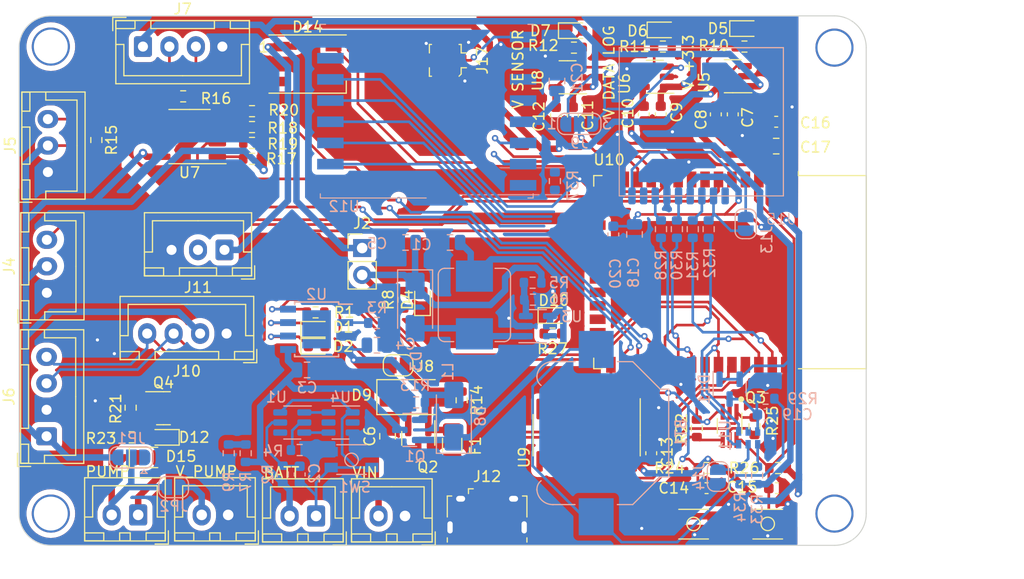
<source format=kicad_pcb>
(kicad_pcb (version 20221018) (generator pcbnew)
  (layers (0 "F.Cu" signal) (31 "B.Cu" signal) (34 "B.Paste" user) (35 "F.Paste" user) (36 "B.SilkS" user "B.Silkscreen") (37 "F.SilkS" user "F.Silkscreen") (38 "B.Mask" user) (39 "F.Mask" user) (44 "Edge.Cuts" user))
  (net 0 "")
  (net 1 "Net-(BT1-+)")
  (net 2 "GND")
  (net 3 "/V1")
  (net 4 "Net-(U1-VCC)")
  (net 5 "/BAT-")
  (net 6 "/BAT+")
  (net 7 "/V_USB")
  (net 8 "/Vo_DCDC")
  (net 9 "+5V")
  (net 10 "+3V3")
  (net 11 "/VDL_3V3")
  (net 12 "/VS_3V3")
  (net 13 "/IO0")
  (net 14 "/RESET")
  (net 15 "Net-(D11-K)")
  (net 16 "Net-(D1-K)")
  (net 17 "Net-(D1-A)")
  (net 18 "Net-(D2-K)")
  (net 19 "/SW_5V")
  (net 20 "/Vin_main")
  (net 21 "Net-(D5-A)")
  (net 22 "Net-(D6-A)")
  (net 23 "Net-(D7-A)")
  (net 24 "/VIN_5V")
  (net 25 "Net-(D10-A)")
  (net 26 "/V_in")
  (net 27 "Net-(D4-A)")
  (net 28 "Net-(J12-D-)")
  (net 29 "Net-(J12-D+)")
  (net 31 "/EVI")
  (net 33 "/Dat3")
  (net 35 "Net-(J15-CMD)")
  (net 36 "Net-(J15-CLK)")
  (net 37 "Net-(J15-Dat0)")
  (net 38 "/C{slash}D")
  (net 40 "/RGB")
  (net 41 "/SENS_M")
  (net 42 "/SCL")
  (net 43 "/SDA")
  (net 44 "/Data_A")
  (net 45 "/Data_B")
  (net 46 "/SENS_TEMP")
  (net 47 "Net-(J17-In)")
  (net 48 "/V_EN")
  (net 49 "/RST#")
  (net 50 "Net-(Q3B-B1)")
  (net 51 "/DTR#")
  (net 52 "Net-(Q3A-B1)")
  (net 53 "Net-(U2-PROG)")
  (net 54 "/CS")
  (net 55 "/FB_5V")
  (net 56 "/BAT_LVL")
  (net 59 "/IO2")
  (net 60 "/RS485_TX")
  (net 61 "/RS485_EN")
  (net 62 "/RS485_RX")
  (net 63 "/SPI1_MISO")
  (net 64 "/INT")
  (net 65 "/OD")
  (net 66 "/OC")
  (net 74 "/RX")
  (net 75 "/TX")
  (net 83 "/SPI1_CLK")
  (net 84 "/SPI1_MOSI")
  (net 85 "/SD_CS")
  (net 86 "/LORA_RST")
  (net 87 "/LORA_D0")
  (net 88 "/LORA_D1")
  (net 95 "/RBG")
  (net 99 "/SPI2_CLK")
  (net 103 "/PUMP")
  (net 104 "/LORA_CS")
  (net 105 "/PUMP_OUT-")
  (net 106 "Net-(D12-A)")
  (net 107 "/PUMP_IN+")
  (net 108 "/PUMP_OUT+")
  (net 109 "/EN_VDS{slash}S")
  (footprint "LED_SMD:LED_0603_1608Metric" (layer "F.Cu") (at 108.10381 61.2)
    (fp_text reference "D2")
    (fp_text value "LED")
  )
  (footprint "LED_SMD:LED_0603_1608Metric" (layer "F.Cu") (at 132.425 31.4)
    (fp_text reference "D7")
    (fp_text value "LED")
  )
  (footprint "Resistor_SMD:R_0603_1608Metric" (layer "F.Cu") (at 90.6375 69.8)
    (fp_text reference "R23")
    (fp_text value "1k")
  )
  (footprint "Package_SO:SOIC-16_3.9x9.9mm_P1.27mm" (layer "F.Cu") (at 133.6 69.6 -90)
    (fp_text reference "U9")
    (fp_text value "CH340C")
  )
  (footprint "Diode_SMD:D_SMA" (layer "F.Cu") (at 117.3 66)
    (fp_text reference "D9")
    (fp_text value "D_Schottky")
  )
  (footprint "Resistor_SMD:R_0603_1608Metric" (layer "F.Cu") (at 144 68.95 90)
    (fp_text reference "R22")
    (fp_text value "10K")
  )
  (footprint "Diode_SMD:D_0805_2012Metric" (layer "F.Cu") (at 92.1 71.7)
    (fp_text reference "D15")
    (fp_text value "CD4148W")
  )
  (footprint "Package_TO_SOT_SMD:SOT-23" (layer "F.Cu") (at 93.6375 67.05)
    (fp_text reference "Q4")
    (fp_text value "BSS138")
  )
  (footprint "Connector_PinHeader_2.54mm:PinHeader_1x02_P2.54mm_Vertical" (layer "F.Cu") (at 112.4 51.925)
    (fp_text reference "J2")
    (fp_text value "HDR-2x1")
  )
  (footprint "Connector_USB:USB_Micro-B_Amphenol_10118194_Horizontal" (layer "F.Cu") (at 124.2 77)
    (fp_text reference "J12")
    (fp_text value "USB_B_Micro")
  )
  (footprint "Resistor_SMD:R_0603_1608Metric" (layer "F.Cu") (at 87.3 41.725 -90)
    (fp_text reference "R15")
    (fp_text value "4.7K")
  )
  (footprint "Capacitor_SMD:C_0603_1608Metric" (layer "F.Cu") (at 140.6 39.3 -90)
    (fp_text reference "C9")
    (fp_text value "1u")
  )
  (footprint "Resistor_SMD:R_0603_1608Metric" (layer "F.Cu") (at 149.45 68.75 90)
    (fp_text reference "R25")
    (fp_text value "10K")
  )
  (footprint "Capacitor_SMD:C_0603_1608Metric" (layer "F.Cu") (at 151.5 40)
    (fp_text reference "C16")
    (fp_text value "100n")
  )
  (footprint "Package_TO_SOT_SMD:SOT-363_SC-70-6_Handsoldering" (layer "F.Cu") (at 147.1 68.72 -90)
    (fp_text reference "Q3")
    (fp_text value "Q_Dual_NPN_NPN_BRT_E1B1C2E2B2C1")
  )
  (footprint "Resistor_SMD:R_0603_1608Metric" (layer "F.Cu") (at 102 43.5 180)
    (fp_text reference "R17")
    (fp_text value "10k")
  )
  (footprint "Package_TO_SOT_SMD:SOT-23-5" (layer "F.Cu") (at 140.0375 35.75 180)
    (fp_text reference "U6")
    (fp_text value "AP2112K-3.3")
  )
  (footprint "Capacitor_SMD:C_0805_2012Metric" (layer "F.Cu") (at 151.5 42.3)
    (fp_text reference "C17")
    (fp_text value "10u")
  )
  (footprint "LED_SMD:LED_0603_1608Metric" (layer "F.Cu") (at 108.10381 59.6)
    (fp_text reference "D1")
    (fp_text value "LED")
  )
  (footprint "LED_SMD:LED_0603_1608Metric" (layer "F.Cu") (at 140.8 31.325)
    (fp_text reference "D6")
    (fp_text value "LED")
  )
  (footprint "Package_TO_SOT_SMD:SOT-23-5" (layer "F.Cu") (at 147.4 35.7 180)
    (fp_text reference "U5")
    (fp_text value "AP2112K-3.3")
  )
  (footprint "Package_TO_SOT_SMD:SOT-23-5" (layer "F.Cu") (at 131.8 35.8 180)
    (fp_text reference "U8")
    (fp_text value "AP2112K-3.3")
  )
  (footprint "Capacitor_SMD:C_0603_1608Metric" (layer "F.Cu") (at 132.3 39.4 -90)
    (fp_text reference "C11")
    (fp_text value "1u")
  )
  (footprint "Connector_JST:JST_XH_B2B-XH-A_1x02_P2.50mm_Vertical" (layer "F.Cu") (at 99.75 77.125 180)
    (fp_text reference "J18" hide)
    (fp_text value "IN" hide)
  )
  (footprint "Resistor_SMD:R_0603_1608Metric" (layer "F.Cu") (at 132.4 33 180)
    (fp_text reference "R12")
    (fp_text value "1k")
  )
  (footprint "IoWLabs:SMD_SWITCH" (layer "F.Cu") (at 143.7 78)
    (fp_text reference "SW2" hide)
    (fp_text value "SW_DIP_x02" hide)
  )
  (footprint "Resistor_SMD:R_0603_1608Metric" (layer "F.Cu") (at 116.3 56.8125 90)
    (fp_text reference "R8")
    (fp_text value "470")
  )
  (footprint "Capacitor_SMD:C_0603_1608Metric" (layer "F.Cu") (at 147.4 39.3 -90)
    (fp_text reference "C7")
    (fp_text value "1u")
  )
  (footprint "LED_SMD:LED_0603_1608Metric" (layer "F.Cu") (at 130.5 58.3)
    (fp_text reference "D10")
    (fp_text value "LED")
  )
  (footprint "Capacitor_SMD:C_0603_1608Metric" (layer "F.Cu") (at 139.7 71.3 90)
    (fp_text reference "C13")
    (fp_text value "100n")
  )
  (footprint "RF_Module:ESP32-WROOM-32" (layer "F.Cu") (at 144.15 54.2 -90)
    (fp_text reference "U10")
    (fp_text value "ESP32-WROOM-32D")
  )
  (footprint "LED_SMD:LED_0603_1608Metric" (layer "F.Cu") (at 118.1 56.8125 90)
    (fp_text reference "D4")
    (fp_text value "LED")
  )
  (footprint "Resistor_SMD:R_0603_1608Metric" (layer "F.Cu") (at 90.5375 67 -90)
    (fp_text reference "R21")
    (fp_text value "10k")
  )
  (footprint "Connector_JST:JST_XH_B4B-XH-A_1x04_P2.50mm_Vertical" (layer "F.Cu") (at 91.7 32.9)
    (fp_text reference "J7")
    (fp_text value "NPK/H Sensor")
  )
  (footprint "Connector_JST:JST_XH_B3B-XH-A_1x03_P2.50mm_Vertical" (layer "F.Cu") (at 99.4 52.1 180)
    (fp_text reference "J11")
    (fp_text value "rgb led")
  )
  (footprint "Connector_JST:JST_XH_B3B-XH-A_1x03_P2.50mm_Vertical" (layer "F.Cu") (at 82.725 44.75 90)
    (fp_text reference "J5")
    (fp_text value "ds18b20")
  )
  (footprint "Resistor_SMD:R_0603_1608Metric" (layer "F.Cu") (at 144.925 72.7 180)
    (fp_text reference "R24")
    (fp_text value "10K")
  )
  (footprint "Capacitor_SMD:C_0603_1608Metric" (layer "F.Cu") (at 130.7 39.4 -90)
    (fp_text reference "C12")
    (fp_text value "1u")
  )
  (footprint "Capacitor_SMD:C_0603_1608Metric" (layer "F.Cu") (at 145.8 39.3 -90)
    (fp_text reference "C8")
    (fp_text value "1u")
  )
  (footprint "Resistor_SMD:R_0603_1608Metric" (layer "F.Cu") (at 130.375 60 180)
    (fp_text reference "R27")
    (fp_text value "330")
  )
  (footprint "Connector_JST:JST_XH_B3B-XH-A_1x03_P2.50mm_Vertical" (layer "F.Cu") (at 82.625 56.15 90)
    (fp_text reference "J4")
    (fp_text value "Cap. Moisture Sensor")
  )
  (footprint "Fuse:Fuse_1206_3216Metric" (layer "F.Cu") (at 120.9 70.5 90)
    (fp_text reference "F1")
    (fp_text value "FUSE")
  )
  (footprint "Connector_JST:JST_XH_B4B-XH-A_1x04_P2.50mm_Vertical" (layer "F.Cu") (at 99.6 60 180)
    (fp_text reference "J10")
    (fp_text value "OLED")
  )
  (footprint "LED_SMD:LED_0603_1608Metric" (layer "F.Cu") (at 148.6 31.2)
    (fp_text reference "D5")
    (fp_text value "LED")
  )
  (footprint "Resistor_SMD:R_0603_1608Metric" (layer "F.Cu") (at 108.00381 58)
    (fp_text reference "R1")
    (fp_text value "1k")
  )
  (footprint "Resistor_SMD:R_0603_1608Metric" (layer "F.Cu") (at 95.5 37.6 180)
    (fp_text reference "R16")
    (fp_text value "120")
  )
  (footprint "Capacitor_SMD:C_0603_1608Metric" (layer "F.Cu") (at 139 39.3 -90)
    (fp_text reference "C10")
    (fp_text value "1u")
  )
  (footprint "Connector_JST:JST_XH_B2B-XH-A_1x02_P2.50mm_Vertical" (layer "F.Cu") (at 91.25 77.125 180)
    (fp_text reference "J19" hide)
    (fp_text value "IN" hide)
  )
  (footprint "Connector_JST:JST_XH_B2B-XH-A_1x02_P2.50mm_Vertical" (layer "F.Cu") (at 108.05 77.225 180)
    (fp_text reference "J1" hide)
    (fp_text value "BAT" hide)
  )
  (footprint "Capacitor_SMD:C_0805_2012Metric" (layer "F.Cu") (at 114.8 69.7 90)
    (fp_text reference "C6")
    (fp_text value "4.7u")
  )
  (footprint "Resistor_SMD:R_0603_1608Metric" (layer "F.Cu") (at 102 39 180)
    (fp_text reference "R20")
    (fp_text value "10k")
  )
  (footprint "Capacitor_SMD:C_0603_1608Metric" (layer "F.Cu") (at 144.925 74.6)
    (fp_text reference "C14")
    (fp_text value "100n")
  )
  (footprint "Jumper:SolderJumper-2_P1.3mm_Open_RoundedPad1.0x1.5mm" (layer "F.Cu") (at 115.8 63 180)
    (fp_text reference "J8")
    (fp_text value "ON OFF")
  )
  (footprint "Connector_JST:JST_XH_B2B-XH-A_1x02_P2.50mm_Vertical" (layer "F.Cu") (at 116.45 77.225 180)
    (fp_text reference "J3" hide)
    (fp_text value "IN" hide)
  )
  (footprint "Resistor_SMD:R_0603_1608Metric" (layer "F.Cu") (at 121.8 66.3 -90)
    (fp_text reference "R14")
    (fp_text value "10K")
  )
  (footprint "Resistor_SMD:R_0603_1608Metric" (layer "F.Cu") (at 102 42 180)
    (fp_text reference "R19")
    (fp_text value "10k")
  )
  (footprint "LED_SMD:LED_WS2812B_PLCC4_5.0x5.0mm_P3.2mm" (layer "F.Cu") (at 107.25 34.55)
    (fp_text reference "D14")
    (fp_text value "WS2812B")
  )
  (footprint "Connector_Coaxial:U.FL_Molex_MCRF_73412-0110_Vertical" (layer "F.Cu") (at 120.25 34.2 90)
    (fp_text reference "J17")
    (fp_text value "Conn_Coaxial")
  )
  (footprint "Resistor_SMD:R_0603_1608Metric" (layer "F.Cu") (at 102 40.5 180)
    (fp_text reference "R18")
    (fp_text value "10k")
  )
  (footprint "Resistor_SMD:R_0603_1608Metric" (layer "F.Cu") (at 148.5 32.9)
    (fp_text reference "R10")
    (fp_text value "1k")
  )
  (footprint "Capacitor_SMD:C_0603_1608Metric" (layer "F.Cu") (at 151.575 74.6)
    (fp_text reference "C15")
    (fp_text value "100n")
  )
  (footprint "Resistor_SMD:R_0603_1608Metric" (layer "F.Cu") (at 140.8 32.9)
    (fp_text reference "R11")
    (fp_text value "1k")
  )
  (footprint "IoWLabs:SMD_SWITCH" (layer "F.Cu") (at 150.7 78)
    (fp_text reference "SW3" hide)
    (fp_text value "SW_DIP_x02" hide)
  )
  (footprint "Connector_JST:JST_XH_B4B-XH-A_1x04_P2.50mm_Vertical" (layer "F.Cu") (at 82.6 69.7 90)
    (fp_text reference "J6")
    (fp_text value "SHT31")
  )
  (footprint "LED_SMD:LED_0603_1608Metric" (layer "F.Cu") (at 93.6375 69.8 180)
    (fp_text reference "D12")
    (fp_text value "LED")
  )
  (footprint "Package_TO_SOT_SMD:SOT-23" (layer "F.Cu") (at 117.7 69.9 -90)
    (fp_text reference "Q2")
    (fp_text value "Q_PMOS_GSD")
  )
  (footprint "Resistor_SMD:R_0603_1608Metric" (layer "F.Cu") (at 151.675 72.7 180)
    (fp_text reference "R26")
    (fp_text value "10K")
  )
  (footprint "Package_SO:SOP-8_3.9x4.9mm_P1.27mm" (layer "F.Cu") (at 96.1 41.4 180)
    (fp_text reference "U7")
    (fp_text value "MAX3485")
  )
  (footprint "Resistor_SMD:R_0603_1608Metric" (layer "B.Cu") (at 145.12 50.14 90)
    (fp_text reference "R32")
    (fp_text value "3.3k")
  )
  (footprint "Resistor_SMD:R_0603_1608Metric" (layer "B.Cu") (at 143.62 50.14 90)
    (fp_text reference "R31")
    (fp_text value "3.3k")
  )
  (footprint "Resistor_SMD:R_0603_1608Metric" (layer "B.Cu") (at 128.5 55.2 180)
    (fp_text reference "R5")
    (fp_text value "7K5")
  )
  (footprint "IoWLabsConnectors:microSD_push_push" (layer "B.Cu") (at 144.43 47)
    (fp_text reference "J15")
    (fp_text value "~")
  )
  (footprint "Resistor_SMD:R_0603_1608Metric" (layer "B.Cu") (at 101.4 71.3 -90)
    (fp_text reference "R7")
    (fp_text value "12K")
  )
  (footprint "Resistor_SMD:R_0603_1608Metric" (layer "B.Cu") (at 106.5 71 180)
    (fp_text reference "R4")
    (fp_text value "1K")
  )
  (footprint "Jumper:SolderJumper-3_P1.3mm_Open_RoundedPad1.0x1.5mm" (layer "B.Cu") (at 90.6 71.7 180)
    (fp_text reference "JP1")
    (fp_text value "SolderJumper_3_Open")
  )
  (footprint "IoWLabs:TP4056_SOP-8-PP" (layer "B.Cu") (at 108.1 59.6 180)
    (fp_text reference "U2")
    (fp_text value "TP4056")
  )
  (footprint "Resistor_SMD:R_0603_1608Metric" (layer "B.Cu") (at 130.6 45.6 -90)
    (fp_text reference "R37")
    (fp_text value "10k")
  )
  (footprint "Resistor_SMD:R_0603_1608Metric" (layer "B.Cu") (at 150.5 66.15)
    (fp_text reference "R29")
    (fp_text value "3.3k")
  )
  (footprint "Resistor_SMD:R_0603_1608Metric" (layer "B.Cu") (at 149.7 73.4 90)
    (fp_text reference "R33")
    (fp_text value "100k")
  )
  (footprint "Capacitor_SMD:C_0603_1608Metric" (layer "B.Cu") (at 150.5 67.65)
    (fp_text reference "C19")
    (fp_text value "10n")
  )
  (footprint "Capacitor_SMD:C_0603_1608Metric" (layer "B.Cu") (at 136.12 50.64 -90)
    (fp_text reference "C20")
    (fp_text value "100n")
  )
  (footprint "Jumper:SolderJumper-2_P1.3mm_Open_RoundedPad1.0x1.5mm" (layer "B.Cu") (at 94.6 74.5)
    (fp_text reference "JP2")
    (fp_text value "SolderJumper_2_Open")
  )
  (footprint "Resistor_SMD:R_0603_1608Metric" (layer "B.Cu") (at 99.8 71.3 -90)
    (fp_text reference "R9")
    (fp_text value "30K")
  )
  (footprint "Jumper:SolderJumper-2_P1.3mm_Open_RoundedPad1.0x1.5mm" (layer "B.Cu") (at 148.62 49.64 -90)
    (fp_text reference "J13")
    (fp_text value "HDR-2x1")
  )
  (footprint "RF_Module:HOPERF_RFM69HW" (layer "B.Cu") (at 118.5 39)
    (fp_text reference "U12")
    (fp_text value "RFM95W-915S2")
  )
  (footprint "Capacitor_SMD:C_0805_2012Metric" (layer "B.Cu") (at 130.8 36.15 -90)
    (fp_text reference "C21")
    (fp_text value "4.7u")
  )
  (footprint "Capacitor_SMD:C_0603_1608Metric" (layer "B.Cu") (at 106.5 73.3 -90)
    (fp_text reference "C2")
    (fp_text value "100n")
  )
  (footprint "Capacitor_SMD:C_0805_2012Metric" (layer "B.Cu") (at 138.12 50.64 -90)
    (fp_text reference "C18")
    (fp_text value "10u")
  )
  (footprint "Package_TO_SOT_SMD:SOT-23-6" (layer "B.Cu") (at 110.3625 68.4 180)
    (fp_text reference "U4")
    (fp_text value "FS8205A")
  )
  (footprint "Jumper:SolderJumper-3_P1.3mm_Open_RoundedPad1.0x1.5mm_NumberLabels" (layer "B.Cu") (at 132.9 40.2)
    (fp_text reference "J9")
    (fp_text value "HDR-3x1")
  )
  (footprint "Resistor_SMD:R_0603_1608Metric" (layer "B.Cu") (at 104.9 73.3 90)
    (fp_text reference "R2")
    (fp_text value "100")
  )
  (footprint "Resistor_SMD:R_0603_1608Metric" (layer "B.Cu") (at 148.1 73.4 90)
    (fp_text reference "R34")
    (fp_text value "100k")
  )
  (footprint "Jumper:SolderJumper-2_P1.3mm_Open_RoundedPad1.0x1.5mm" (layer "B.Cu") (at 146 73.5 -90)
    (fp_text reference "J14")
    (fp_text value "Conn_01x02")
  )
  (footprint "Package_TO_SOT_SMD:SOT-23" (layer "B.Cu") (at 147.1 65.25 -90)
    (fp_text reference "D11")
    (fp_text value "BAS70-05")
  )
  (footprint "Diode_SMD:D_SMA" (layer "B.Cu") (at 121.0625 67.8 90)
    (fp_text reference "D8")
    (fp_text value "D_Schottky")
  )
  (footprint "Battery:BatteryHolder_Keystone_3000_1x12mm" (layer "B.Cu") (at 134.5 69.4 90)
    (fp_text reference "BT1")
    (fp_text value "Battery_Cell")
  )
  (footprint "Resistor_SMD:R_0603_1608Metric" (layer "B.Cu") (at 140.62 50.14 90)
    (fp_text reference "R28")
    (fp_text value "3.3k")
  )
  (footprint "IoWLabs:SMD_SWITCH" (layer "B.Cu") (at 111.4 71.9)
    (fp_text reference "SW1")
    (fp_text value "SW_DIP_x02")
  )
  (footprint "Capacitor_SMD:C_0805_2012Metric" (layer "B.Cu") (at 107.2 63.435)
    (fp_text reference "C3")
    (fp_text value "10u")
  )
  (footprint "IoWLabs:SON-8" (layer "B.Cu") (at 149.3 69.85 -90)
    (fp_text reference "U11")
    (fp_text value "RV-8803")
  )
  (footprint "Capacitor_SMD:C_0805_2012Metric" (layer "B.Cu") (at 116.5 51.4 180)
    (fp_text reference "C5")
    (fp_text value "22u")
  )
  (footprint "Capacitor_SMD:C_0805_2012Metric" (layer "B.Cu") (at 113.8 61.1)
    (fp_text reference "C4")
    (fp_text value "10u")
  )
  (footprint "Package_TO_SOT_SMD:SOT-23-6" (layer "B.Cu") (at 129 59.3)
    (fp_text reference "U3")
    (fp_text value "MT3608")
  )
  (footprint "Capacitor_SMD:C_0805_2012Metric" (layer "B.Cu") (at 120.7 51.4 180)
    (fp_text reference "C1")
    (fp_text value "22u")
  )
  (footprint "Package_TO_SOT_SMD:SOT-23-6" (layer "B.Cu") (at 105.8 68.4 180)
    (fp_text reference "U1")
    (fp_text value "DW01")
  )
  (footprint "Resistor_SMD:R_0603_1608Metric" (layer "B.Cu") (at 142.12 50.14 90)
    (fp_text reference "R30")
    (fp_text value "3.3k")
  )
  (footprint "Diode_SMD:D_SMA" (layer "B.Cu") (at 117.4 57.5 -90)
    (fp_text reference "D3")
    (fp_text value "D_Schottky")
  )
  (footprint "Resistor_SMD:R_0603_1608Metric" (layer "B.Cu") (at 128.525 56.8)
    (fp_text reference "R6")
    (fp_text value "1K")
  )
  (footprint "Inductor_SMD:L_Bourns_SRP7028A_7.3x6.6mm" (layer "B.Cu") (at 123 57.3 -90)
    (fp_text reference "L1")
    (fp_text value "22u")
  )
  (footprint "Resistor_SMD:R_0603_1608Metric" (layer "B.Cu") (at 113.8 59 180)
    (fp_text reference "R3")
    (fp_text value "1K2")
  )
  (footprint "Resistor_SMD:R_0603_1608Metric" (layer "B.Cu") (at 117.5 66.5 180)
    (fp_text reference "R13")
    (fp_text value "10K")
  )
  (footprint "Package_TO_SOT_SMD:SOT-23" (layer "B.Cu") (at 116.9 69.1 180)
    (fp_text reference "Q1")
    (fp_text value "Q_PMOS_GSD")
  )
  (gr_circle (center 148.2 66.2) (end 148.4 66.2) (stroke (width 0.15)) (fill solid) (layer "F.SilkS"))
  (gr_arc locked (start 83 80) (mid 80.878679 79.121321) (end 80 77) (stroke (width 0.1)) (layer "Edge.Cuts"))
  (gr_line locked (start 80 33) (end 80 77) (stroke (width 0.1)) (layer "Edge.Cuts"))
  (gr_arc locked (start 160 77) (mid 159.121321 79.121321) (end 157 80) (stroke (width 0.1)) (layer "Edge.Cuts"))
  (gr_arc locked (start 157 30) (mid 159.121321 30.878679) (end 160 33) (stroke (width 0.1)) (layer "Edge.Cuts"))
  (gr_line locked (start 157 30) (end 83 30) (stroke (width 0.1)) (layer "Edge.Cuts"))
  (gr_arc locked (start 80 33) (mid 80.878679 30.878679) (end 83 30) (stroke (width 0.1)) (layer "Edge.Cuts"))
  (gr_line locked (start 160 77) (end 160 33) (stroke (width 0.1)) (layer "Edge.Cuts"))
  (gr_line locked (start 83 80) (end 157 80) (stroke (width 0.1)) (layer "Edge.Cuts"))
  (gr_text "V_PUMP" (at 94.69 73.615) (layer "F.SilkS") (effects (font (size 1 1)) (justify left bottom)))
  (gr_text "PUMP" (at 86.19 73.615) (layer "F.SilkS") (effects (font (size 1 1)) (justify left bottom)))
  (gr_text "V SENSOR" (at 127.7 38.9 90) (layer "F.SilkS") (effects (font (size 1 1)) (justify left bottom)))
  (gr_text "V DATA LOG" (at 136.3 39.7 90) (layer "F.SilkS") (effects (font (size 1 1)) (justify left bottom)))
  (gr_text "V +3.3" (at 143.8 37.1 90) (layer "F.SilkS") (effects (font (size 1 1)) (justify left bottom)))
  (gr_text "BATT" (at 102.99 73.715) (layer "F.SilkS") (effects (font (size 1 1)) (justify left bottom)))
  (gr_text "VIN\n" (at 111.39 73.715) (layer "F.SilkS") (effects (font (size 1 1)) (justify left bottom)))
  (via (at 157 77) (size 3.6) (drill 3.2) (layers "F.Cu" "B.Cu") (net 0))
  (via (at 83 32.9) (size 3.6) (drill 3.2) (layers "F.Cu" "B.Cu") (net 0))
  (via (at 157 33) (size 3.6) (drill 3.2) (layers "F.Cu" "B.Cu") (net 0))
  (via (at 83 77) (size 3.6) (drill 3.2) (layers "F.Cu" "B.Cu") (net 0))
  (segment (start 147.1 74.75) (end 142.15 79.7) (width 0.254) (layer "B.Cu") (net 1))
  (segment (start 142.15 79.7) (end 136.9 79.7) (width 0.254) (layer "B.Cu") (net 1))
  (segment (start 134.5 61.5) (end 132 61.5) (width 0.254) (layer "B.Cu") (net 1))
  (segment (start 128.5 65) (end 128.5 72.5) (width 0.254) (layer "B.Cu") (net 1))
  (segment (start 152.15 71.6) (end 150.35 73.4) (width 0.254) (layer "B.Cu") (net 1))
  (segment (start 133.3 77.3) (end 134.5 77.3) (width 0.254) (layer "B.Cu") (net 1))
  (segment (start 132 61.5) (end 128.5 65) (width 0.254) (layer "B.Cu") (net 1))
  (segment (start 151.325 66.15) (end 152.15 66.975) (width 0.254) (layer "B.Cu") (net 1))
  (segment (start 152.15 66.975) (end 152.15 71.6) (width 0.254) (layer "B.Cu") (net 1))
  (segment (start 147.1 74.004709) (end 147.1 74.75) (width 0.254) (layer "B.Cu") (net 1))
  (segment (start 147.704709 73.4) (end 147.1 74.004709) (width 0.254) (layer "B.Cu") (net 1))
  (segment (start 128.5 72.5) (end 133.3 77.3) (width 0.254) (layer "B.Cu") (net 1))
  (segment (start 150.35 73.4) (end 147.704709 73.4) (width 0.254) (layer "B.Cu") (net 1))
  (segment (start 136.9 79.7) (end 134.5 77.3) (width 0.254) (layer "B.Cu") (net 1))
  (segment (start 145.7 74.6) (end 145.7 74.8265) (width 0.6096) (layer "F.Cu") (net 2))
  (segment (start 152.6 76.1) (end 152.35 75.85) (width 0.6096) (layer "F.Cu") (net 2))
  (segment (start 139.975 70.525) (end 140.5 70) (width 0.6096) (layer "F.Cu") (net 2))
  (segment (start 145.7 74.8265) (end 147 76.1265) (width 0.6096) (layer "F.Cu") (net 2))
  (segment (start 139.7 70.525) (end 139.975 70.525) (width 0.6096) (layer "F.Cu") (net 2))
  (segment (start 152.35 75.85) (end 152.35 74.6) (width 0.6096) (layer "F.Cu") (net 2))
  (via (at 151.05 68.25) (size 0.6) (drill 0.3) (layers "F.Cu" "B.Cu") (net 2))
  (via (at 143.25 43.8) (size 0.6) (drill 0.3) (layers "F.Cu" "B.Cu") (net 2))
  (via (at 87.2 66.35) (size 0.6) (drill 0.3) (layers "F.Cu" "B.Cu") (net 2))
  (via (at 141.7 40.95) (size 0.6) (drill 0.3) (layers "F.Cu" "B.Cu") (net 2))
  (via (at 151.2 69.9) (size 0.6) (drill 0.3) (layers "F.Cu" "B.Cu") (net 2))
  (via (at 153 38.6) (size 0.6) (drill 0.3) (layers "F.Cu" "B.Cu") (net 2))
  (via (at 142.5 64.8) (size 0.6) (drill 0.3) (layers "F.Cu" "B.Cu") (net 2))
  (via (at 118.45 32.6) (size 0.6) (drill 0.3) (layers "F.Cu" "B.Cu") (net 2))
  (via (at 126.25 58.55) (size 0.6) (drill 0.3) (layers "F.Cu" "B.Cu") (net 2))
  (via (at 143.8 79) (size 0.6) (drill 0.3) (layers "F.Cu" "B.Cu") (net 2))
  (via (at 140.5 70) (size 0.6) (drill 0.3) (layers "F.Cu" "B.Cu") (net 2))
  (via (at 122.1 36.15) (size 0.6) (drill 0.3) (layers "F.Cu" "B.Cu") (net 2))
  (via (at 140.4 67) (size 0.6) (drill 0.3) (layers "F.Cu" "B.Cu") (net 2))
  (via (at 87.4 60.6) (size 0.6) (drill 0.3) (layers "F.Cu" "B.Cu") (net 2))
  (via (at 152.6 76.1) (size 0.6) (drill 0.3) (layers "F.Cu" "B.Cu") (net 2))
  (via (at 137.4 35) (size 0.6) (drill 0.3) (layers "F.Cu" "B.Cu") (net 2))
  (via (at 147 76.1265) (size 0.6) (drill 0.3) (layers "F.Cu" "B.Cu") (net 2))
  (via (at 150.7 64.9) (size 0.6) (drill 0.3) (layers "F.Cu" "B.Cu") (net 2))
  (via (at 138.8 78.4) (size 0.6) (drill 0.3) (layers "F.Cu" "B.Cu") (net 2))
  (via (at 89 61.9) (size 0.6) (drill 0.3) (layers "F.Cu" "B.Cu") (net 2))
  (via (at 148.3 41.3) (size 0.6) (drill 0.3) (layers "F.Cu" "B.Cu") (net 2))
  (via (at 129.7 33.8) (size 0.6) (drill 0.3) (layers "F.Cu" "B.Cu") (net 2))
  (via (at 150.7 79.1) (size 0.6) (drill 0.3) (layers "F.Cu" "B.Cu") (net 2))
  (via (at 136.5 41.2) (size 0.6) (drill 0.3) (layers "F.Cu" "B.Cu") (net 2))
  (via (at 130.4 56) (size 0.6) (drill 0.3) (layers "F.Cu" "B.Cu") (net 2))
  (via (at 125.5 32.7) (size 0.6) (drill 0.3) (layers "F.Cu" "B.Cu") (net 2))
  (via (at 122.45 32.5) (size 0.6) (drill 0.3) (layers "F.Cu" "B.Cu") (net 2))
  (segment (start 142.9 43.8) (end 143.25 43.8) (width 0.6096) (layer "B.Cu") (net 2))
  (segment (start 150.65 70.45) (end 150.65 69.25) (width 0.6096) (layer "B.Cu") (net 2))
  (segment (start 141.18 47) (end 141.18 45.52) (width 0.6096) (layer "B.Cu") (net 2))
  (segment (start 151.05 70.05) (end 150.65 70.45) (width 0.6096) (layer "B.Cu") (net 2))
  (segment (start 129.35 56.8) (end 129.6 56.8) (width 0.6096) (layer "B.Cu") (net 2))
  (segment (start 141.18 45.52) (end 142.9 43.8) (width 0.6096) (layer "B.Cu") (net 2))
  (segment (start 127.8625 59.3) (end 127 59.3) (width 0.6096) (layer "B.Cu") (net 2))
  (segment (start 151.05 68.25) (end 151.05 70.05) (width 0.6096) (layer "B.Cu") (net 2))
  (segment (start 127 59.3) (end 126.25 58.55) (width 0.6096) (layer "B.Cu") (net 2))
  (segment (start 129.6 56.8) (end 130.4 56) (width 0.6096) (layer "B.Cu") (net 2))
  (segment (start 120.8125 70.05) (end 121.0625 69.8) (width 0.6096) (layer "B.Cu") (net 3))
  (segment (start 122.65 54.225) (end 123 54.575) (width 0.6096) (layer "B.Cu") (net 3))
  (segment (start 117.8375 70.05) (end 120.8125 70.05) (width 0.6096) (layer "B.Cu") (net 3))
  (segment (start 129.1904 52.9904) (end 131.4 55.2) (width 0.6096) (layer "B.Cu") (net 3))
  (segment (start 130.4 58.35) (end 131.4 57.35) (width 0.6096) (layer "B.Cu") (net 3))
  (segment (start 131.4 55.2) (end 131.4 57.35) (width 0.6096) (layer "B.Cu") (net 3))
  (segment (start 121.65 51.4) (end 122.65 52.4) (width 0.6096) (layer "B.Cu") (net 3))
  (segment (start 131.4 61) (end 122.6 69.8) (width 0.6096) (layer "B.Cu") (net 3))
  (segment (start 130.1375 59.3) (end 130.1375 58.35) (width 0.6096) (layer "B.Cu") (net 3))
  (segment (start 123 54.575) (end 124.5846 52.9904) (width 0.6096) (layer "B.Cu") (net 3))
  (segment (start 131.4 57.35) (end 131.4 61) (width 0.6096) (layer "B.Cu") (net 3))
  (segment (start 122.65 52.4) (end 122.65 54.225) (width 0.6096) (layer "B.Cu") (net 3))
  (segment (start 122.6 69.8) (end 121.0625 69.8) (width 0.6096) (layer "B.Cu") (net 3))
  (segment (start 130.1375 58.35) (end 130.4 58.35) (width 0.6096) (layer "B.Cu") (net 3))
  (segment (start 124.5846 52.9904) (end 129.1904 52.9904) (width 0.6096) (layer "B.Cu") (net 3))
  (segment (start 104.6625 68.4) (end 103.9 68.4) (width 0.254) (layer "B.Cu") (net 4))
  (segment (start 103.4 68.9) (end 103.4 70.975) (width 0.254) (layer "B.Cu") (net 4))
  (segment (start 106.5 72.525) (end 104.95 72.525) (width 0.254) (layer "B.Cu") (net 4))
  (segment (start 103.4 70.975) (end 104.9 72.475) (width 0.254) (layer "B.Cu") (net 4))
  (segment (start 104.95 72.525) (end 104.9 72.475) (width 0.254) (layer "B.Cu") (net 4))
  (segment (start 103.9 68.4) (end 103.4 68.9) (width 0.254) (layer "B.Cu") (net 4))
  (segment (start 108.05 74.075) (end 108.05 74.7) (width 0.254) (layer "B.Cu") (net 5))
  (segment (start 113.325 72.65) (end 111.8 72.65) (width 0.254) (layer "B.Cu") (net 5))
  (segment (start 110.5105 68.05242) (end 110.5105 71.3605) (width 0.254) (layer "B.Cu") (net 5))
  (segment (start 111.11292 67.45) (end 110.5105 68.05242) (width 0.254) (layer "B.Cu") (net 5))
  (segment (start 106.825 74.075) (end 108.05 75.3) (width 0.254) (layer "B.Cu") (net 5))
  (segment (start 106.5 74.075) (end 106.825 74.075) (width 0.254) (layer "B.Cu") (net 5))
  (segment (start 105.8125 66.3) (end 110.35 66.3) (width 0.254) (layer "B.Cu") (net 5))
  (segment (start 108.05 75.3) (end 108.05 77.225) (width 0.254) (layer "B.Cu") (net 5))
  (segment (start 108.05 74.35) (end 108.05 74.7) (width 0.254) (layer "B.Cu") (net 5))
  (segment (start 104.6625 67.45) (end 105.8125 66.3) (width 0.254) (layer "B.Cu") (net 5))
  (segment (start 109.475 72.65) (end 108.05 74.075) (width 0.254) (layer "B.Cu") (net 5))
  (segment (start 110.5105 71.3605) (end 111.8 72.65) (width 0.254) (layer "B.Cu") (net 5))
  (segment (start 108.05 74.7) (end 108.05 75.3) (width 0.254) (layer "B.Cu") (net 5))
  (segment (start 111.5 67.45) (end 111.11292 67.45) (width 0.254) (layer "B.Cu") (net 5))
  (segment (start 110.35 66.3) (end 111.5 67.45) (width 0.254) (layer "B.Cu") (net 5))
  (segment (start 111.8 72.65) (end 109.475 72.65) (width 0.254) (layer "B.Cu") (net 5))
  (segment (start 102.7682 66.9168) (end 105.2425 64.4425) (width 0.6096) (layer "B.Cu") (net 6))
  (segment (start 102.7682 71.9932) (end 102.7682 66.9168) (width 0.6096) (layer "B.Cu") (net 6))
  (segment (start 106 65.2) (end 112.0625 65.2) (width 0.6096) (layer "B.Cu") (net 6))
  (segment (start 104.9 74.125) (end 102.9875 72.2125) (width 0.6096) (layer "B.Cu") (net 6))
  (segment (start 105.55 77.225) (end 105.55 74.775) (width 0.6096) (layer "B.Cu") (net 6))
  (segment (start 101.4 72.125) (end 102.9 72.125) (width 0.6096) (layer "B.Cu") (net 6))
  (segment (start 105.2425 64.4425) (end 106.25 63.435) (width 0.6096) (layer "B.Cu") (net 6))
  (segment (start 102.9875 72.2125) (end 102.7682 71.9932) (width 0.6096) (layer "B.Cu") (net 6))
  (segment (start 105.2425 64.4425) (end 106 65.2) (width 0.6096) (layer "B.Cu") (net 6))
  (segment (start 105.4 61.505) (end 105.4 62.585) (width 0.6096) (layer "B.Cu") (net 6))
  (segment (start 102.9 72.125) (end 102.9875 72.2125) (width 0.6096) (layer "B.Cu") (net 6))
  (segment (start 112.0625 65.2) (end 115.9625 69.1) (width 0.6096) (layer "B.Cu") (net 6))
  (segment (start 105.55 74.775) (end 104.9 74.125) (width 0.6096) (layer "B.Cu") (net 6))
  (segment (start 105.4 62.585) (end 106.25 63.435) (width 0.6096) (layer "B.Cu") (net 6))
  (segment (start 118.65 66.65) (end 119.3 66) (width 0.6096) (layer "F.Cu") (net 7))
  (segment (start 119.3 66) (end 121.275 66) (width 0.6096) (layer "F.Cu") (net 7))
  (segment (start 118.7875 69.1) (end 118.65 68.9625) (width 0.6096) (layer "F.Cu") (net 7))
  (segment (start 116.45 63.15) (end 119.3 66) (width 0.6096) (layer "F.Cu") (net 7))
  (segment (start 120.9 69.1) (end 118.7875 69.1) (width 0.6096) (layer "F.Cu") (net 7))
  (segment (start 118.65 68.9625) (end 118.65 66.65) (width 0.6096) (layer "F.Cu") (net 7))
  (segment (start 116.45 63) (end 116.45 63.15) (width 0.6096) (layer "F.Cu") (net 7))
  (segment (start 121.275 66) (end 121.8 65.475) (width 0.6096) (layer "F.Cu") (net 7))
  (segment (start 116.3 57.6375) (end 115.5725 57.6375) (width 0.6096) (layer "F.Cu") (net 8))
  (segment (start 115.5725 57.6375) (end 112.4 54.465) (width 0.6096) (layer "F.Cu") (net 8))
  (segment (start 124.5096 57.3) (end 125.9 55.9096) (width 0.6096) (layer "B.Cu") (net 8))
  (segment (start 126.8 53.8) (end 128.8 53.8) (width 0.6096) (layer "B.Cu") (net 8))
  (segment (start 117.4 55.5) (end 119.2 57.3) (width 0.6096) (layer "B.Cu") (net 8))
  (segment (start 117.4 55.5) (end 117.4 51.45) (width 0.6096) (layer "B.Cu") (net 8))
  (segment (start 116.365 54.465) (end 117.4 55.5) (width 0.6096) (layer "B.Cu") (net 8))
  (segment (start 117.4 51.45) (end 117.45 51.4) (width 0.6096) (layer "B.Cu") (net 8))
  (segment (start 128.8 53.8) (end 129.325 54.325) (width 0.6096) (layer "B.Cu") (net 8))
  (segment (start 125.9 54.7) (end 126.8 53.8) (width 0.6096) (layer "B.Cu") (net 8))
  (segment (start 129.325 54.325) (end 129.325 55.2) (width 0.6096) (layer "B.Cu") (net 8))
  (segment (start 125.9 55.9096) (end 125.9 54.7) (width 0.6096) (layer "B.Cu") (net 8))
  (segment (start 112.4 54.465) (end 116.365 54.465) (width 0.6096) (layer "B.Cu") (net 8))
  (segment (start 119.2 57.3) (end 124.5096 57.3) (width 0.6096) (layer "B.Cu") (net 8))
  (segment (start 132.3 37.3875) (end 132.9375 36.75) (width 0.6096) (layer "F.Cu") (net 9))
  (segment (start 142.8 36.4) (end 142.5 36.7) (width 0.6096) (layer "F.Cu") (net 9))
  (segment (start 147.74375 36.494777) (end 147.4 36.151027) (width 0.25) (layer "F.Cu") (net 9))
  (segment (start 147.4 38.525) (end 147.4 37.7875) (width 0.6096) (layer "F.Cu") (net 9))
  (segment (start 147.75 34.75) (end 148.5375 34.75) (width 0.25) (layer "F.Cu") (net 9))
  (segment (start 132.3 38.625) (end 132.3 37.3875) (width 0.6096) (layer "F.Cu") (net 9))
  (segment (start 147.74375 37.44375) (end 148.5375 36.65) (width 0.6096) (layer "F.Cu") (net 9))
  (segment (start 148.5375 36.65) (end 149.85 36.65) (width 0.6096) (layer "F.Cu") (net 9))
  (segment (start 147.4 37.7875) (end 147.74375 37.44375) (width 0.6096) (layer "F.Cu") (net 9))
  (segment (start 147.4 35.1) (end 147.75 34.75) (width 0.25) (layer "F.Cu") (net 9))
  (segment (start 140.6 37.275) (end 141.175 36.7) (width 0.6096) (layer "F.Cu") (net 9))
  (segment (start 134.2 36.7) (end 132.9875 36.7) (width 0.6096) (layer "F.Cu") (net 9))
  (segment (start 132.9875 36.7) (end 132.9375 36.75) (width 0.6096) (layer "F.Cu") (net 9))
  (segment (start 147.74375 37.44375) (end 147.74375 36.494777) (width 0.25) (layer "F.Cu") (net 9))
  (segment (start 149.85 36.65) (end 150 36.5) (width 0.6096) (layer "F.Cu") (net 9))
  (segment (start 147.4 36.151027) (end 147.4 35.1) (width 0.25) (layer "F.Cu") (net 9))
  (segment (start 142.5 36.7) (end 141.175 36.7) (width 0.6096) (layer "F.Cu") (net 9))
  (segment (start 140.6 38.525) (end 140.6 37.275) (width 0.6096) (layer "F.Cu") (net 9))
  (via (at 142.8 36.4) (size 0.6) (drill 0.3) (layers "F.Cu" "B.Cu") (net 9))
  (via (at 134.2 36.7) (size 0.6) (drill 0.3) (layers "F.Cu" "B.Cu") (net 9))
  (via (at 150 36.5) (size 0.6) (drill 0.3) (layers "F.Cu" "B.Cu") (net 9))
  (segment (start 134.4 36.5) (end 134.2 36.7) (width 0.6096) (layer "B.Cu") (net 9))
  (segment (start 91.7 32.15) (end 91.7 32.9) (width 0.6096) (layer "B.Cu") (net 9))
  (segment (start 112.4 51.925) (end 110.625 51.925) (width 0.6096) (layer "B.Cu") (net 9))
  (segment (start 93 30.85) (end 91.7 32.15) (width 0.6096) (layer "B.Cu") (net 9))
  (segment (start 147.1 33.6) (end 150 36.5) (width 0.6096) (layer "B.Cu") (net 9))
  (segment (start 143.7 35.7) (end 143 36.4) (width 0.6096) (layer "B.Cu") (net 9))
  (segment (start 142.6 33.6) (end 143.7 34.7) (width 0.6096) (layer "B.Cu") (net 9))
  (segment (start 103.3 31.3) (end 102.85 30.85) (width 0.6096) (layer "B.Cu") (net 9))
  (segment (start 131.85 37.85) (end 134.4 35.3) (width 0.25) (layer "B.Cu") (net 9))
  (segment (start 103.3 31.3) (end 104.0952 30.5048) (width 0.6096) (layer "B.Cu") (net 9))
  (segment (start 102.85 30.85) (end 93 30.85) (width 0.6096) (layer "B.Cu") (net 9))
  (segment (start 106.2 47.5) (end 106.2 34.2) (width 0.6096) (layer "B.Cu") (net 9))
  (segment (start 104.0952 30.5048) (end 132.3048 30.5048) (width 0.6096) (layer "B.Cu") (net 9))
  (segment (start 131.85 39.95) (end 131.85 37.85) (width 0.25) (layer "B.Cu") (net 9))
  (segment (start 131.6 40.2) (end 131.85 39.95) (width 0.25) (layer "B.Cu") (net 9))
  (segment (start 106.2 34.2) (end 103.3 31.3) (width 0.6096) (layer "B.Cu") (net 9))
  (segment (start 132.3048 30.5048) (end 134.4 32.6) (width 0.6096) (layer "B.Cu") (net 9))
  (segment (start 143.7 34.7) (end 143.7 35.7) (width 0.6096) (layer "B.Cu") (net 9))
  (segment (start 134.4 32.6) (end 135.4 33.6) (width 0.6096) (layer "B.Cu") (net 9))
  (segment (start 135.4 33.6) (end 147.1 33.6) (width 0.6096) (layer "B.Cu") (net 9))
  (segment (start 134.4 32.6) (end 134.4 35.3) (width 0.6096) (layer "B.Cu") (net 9))
  (segment (start 143 36.4) (end 142.8 36.4) (width 0.6096) (layer "B.Cu") (net 9))
  (segment (start 134.4 35.3) (end 134.4 36.5) (width 0.6096) (layer "B.Cu") (net 9))
  (segment (start 110.625 51.925) (end 106.2 47.5) (width 0.6096) (layer "B.Cu") (net 9))
  (segment (start 146.2625 38.0625) (end 145.8 38.525) (width 0.6096) (layer "F.Cu") (net 10))
  (segment (start 138.125 72.075) (end 139 72.95) (width 0.6096) (layer "F.Cu") (net 10))
  (segment (start 150.55 40.175) (end 150.725 40) (width 0.6096) (layer "F.Cu") (net 10))
  (segment (start 146.65 72.7) (end 145.75 72.7) (width 0.6096) (layer "F.Cu") (net 10))
  (segment (start 153.6 75) (end 153.6 75.1) (width 0.6096) (layer "F.Cu") (net 10))
  (segment (start 129.35 42.55) (end 131 42.55) (width 0.6096) (layer "F.Cu") (net 10))
  (segment (start 149.6 75.65) (end 146.65 72.7) (width 0.6096) (layer "F.Cu") (net 10))
  (segment (start 138.045 72.075) (end 139.7 72.075) (width 0.6096) (layer "F.Cu") (net 10))
  (segment (start 150.795 44.65) (end 150.795 43.245) (width 0.6096) (layer "F.Cu") (net 10))
  (segment (start 144.45 41.3) (end 146.25 43.1) (width 0.6096) (layer "F.Cu") (net 10))
  (segment (start 144.45 39.1) (end 144.45 41.3) (width 0.6096) (layer "F.Cu") (net 10))
  (segment (start 153.6 75.1) (end 153.55 75.15) (width 0.6096) (layer "F.Cu") (net 10))
  (segment (start 104.8 32.9) (end 103.55 32.9) (width 0.6096) (layer "F.Cu") (net 10))
  (segment (start 146.25 43.1) (end 149.245 43.1) (width 0.6096) (layer "F.Cu") (net 10))
  (segment (start 138.045 72.075) (end 138.125 72.075) (width 0.6096) (layer "F.Cu") (net 10))
  (segment (start 152.5 72.7) (end 153.6 73.8) (width 0.6096) (layer "F.Cu") (net 10))
  (segment (start 150.55 42.3) (end 150.55 40.175) (width 0.6096) (layer "F.Cu") (net 10))
  (segment (start 145 35.3875) (end 145 34.2) (width 0.25) (layer "F.Cu") (net 10))
  (segment (start 150.795 45.605) (end 150.795 44.65) (width 0.6096) (layer "F.Cu") (net 10))
  (segment (start 145.05 71.8452) (end 145.75 72.5452) (width 0.6096) (layer "F.Cu") (net 10))
  (segment (start 103.55 32.9) (end 103.5 32.95) (width 0.6096) (layer "F.Cu") (net 10))
  (segment (start 145.75 72.5452) (end 145.75 72.7) (width 0.6096) (layer "F.Cu") (net 10))
  (segment (start 106.1 32.9) (end 108.1 30.9) (width 0.6096) (layer "F.Cu") (net 10))
  (segment (start 146.2625 36.65) (end 146.05 36.65) (width 0.6096) (layer "F.Cu") (net 10))
  (segment (start 134.235 67.125) (end 134.235 68.125672) (width 0.6096) (layer "F.Cu") (net 10))
  (segment (start 137 70) (end 138.045 71.045) (width 0.6096) (layer "F.Cu") (net 10))
  (segment (start 150.795 45.605) (end 150.795 47.645) (width 0.6096) (layer "F.Cu") (net 10))
  (segment (start 138.045 71.045) (end 138.045 72.075) (width 0.6096) (layer "F.Cu") (net 10))
  (segment (start 146.3 32.9) (end 147.675 32.9) (width 0.25) (layer "F.Cu") (net 10))
  (segment (start 146.2625 36.65) (end 146.2625 38.0625) (width 0.6096) (layer "F.Cu") (net 10))
  (segment (start 122.8 30.9) (end 124.45 32.55) (width 0.6096) (layer "F.Cu") (net 10))
  (segment (start 124.45 37.65) (end 129.35 42.55) (width 0.6096) (layer "F.Cu") (net 10))
  (segment (start 134.235 68.125672) (end 136.109328 70) (width 0.6096) (layer "F.Cu") (net 10))
  (segment (start 149.245 43.1) (end 150.795 44.65) (width 0.6096) (layer "F.Cu") (net 10))
  (segment (start 108.1 30.9) (end 122.8 30.9) (width 0.6096) (layer "F.Cu") (net 10))
  (segment (start 149.6 75.8) (end 149.6 75.65) (width 0.6096) (layer "F.Cu") (net 10))
  (segment (start 150.795 47.645) (end 152.45 49.3) (width 0.6096) (layer "F.Cu") (net 10))
  (segment (start 146.2625 36.65) (end 145 35.3875) (width 0.25) (layer "F.Cu") (net 10))
  (segment (start 145.8 38.525) (end 145.025 38.525) (width 0.6096) (layer "F.Cu") (net 10))
  (segment (start 145 34.2) (end 146.3 32.9) (width 0.25) (layer "F.Cu") (net 10))
  (segment (start 146.05 36.65) (end 145.3 37.4) (width 0.6096) (layer "F.Cu") (net 10))
  (segment (start 145.025 38.525) (end 144.45 39.1) (width 0.6096) (layer "F.Cu") (net 10))
  (segment (start 124.45 32.55) (end 124.45 37.65) (width 0.6096) (layer "F.Cu") (net 10))
  (segment (start 153.6 73.8) (end 153.6 75) (width 0.6096) (layer "F.Cu") (net 10))
  (segment (start 136.109328 70) (end 137 70) (width 0.6096) (layer "F.Cu") (net 10))
  (segment (start 104.8 32.9) (end 106.1 32.9) (width 0.6096) (layer "F.Cu") (net 10))
  (via (at 152.45 49.3) (size 0.6) (drill 0.3) (layers "F.Cu" "B.Cu") (net 10))
  (via (at 131 42.55) (size 0.6) (drill 0.3) (layers "F.Cu" "B.Cu") (net 10))
  (via (at 153.55 75.15) (size 0.6) (drill 0.3) (layers "F.Cu" "B.Cu") (net 10))
  (via (at 149.6 75.8) (size 0.6) (drill 0.3) (layers "F.Cu" "B.Cu") (net 10))
  (via (at 145.3 37.4) (size 0.6) (drill 0.3) (layers "F.Cu" "B.Cu") (net 10))
  (via (at 103.5 32.95) (size 0.6) (drill 0.3) (layers "F.Cu" "B.Cu") (net 10))
  (via (at 145.05 71.8452) (size 0.6) (drill 0.3) (layers "F.Cu" "B.Cu") (net 10))
  (via (at 139 72.95) (size 0.6) (drill 0.3) (layers "F.Cu" "B.Cu") (net 10))
  (segment (start 133.8548 42.3048) (end 131.7548 42.3048) (width 0.6096) (layer "B.Cu") (net 10))
  (segment (start 143.6952 73.2) (end 139.25 73.2) (width 0.6096) (layer "B.Cu") (net 10))
  (segment (start 127.6 40) (end 128.8 40) (width 0.6096) (layer "B.Cu") (net 10))
  (segment (start 131 41.55) (end 131 42.55) (width 0.6096) (layer "B.Cu") (net 10))
  (segment (start 99.4 52.1) (end 100.75 52.1) (width 0.6096) (layer "B.Cu") (net 10))
  (segment (start 100.75 52.1) (end 105.3904 47.4596) (width 0.6096) (layer "B.Cu") (net 10))
  (segment (start 153.6452 50.4952) (end 152.45 49.3) (width 0.6096) (layer "B.Cu") (net 10))
  (segment (start 145.3 37.4) (end 143.6 37.4) (width 0.6096) (layer "B.Cu") (net 10))
  (segment (start 129.45 40) (end 131 41.55) (width 0.6096) (layer "B.Cu") (net 10))
  (segment (start 131.7548 42.3048) (end 131 41.55) (width 0.6096) (layer "B.Cu") (net 10))
  (segment (start 130.8 38) (end 130.8 37.1) (width 0.6096) (layer "B.Cu") (net 10))
  (segment (start 136.1596 40) (end 133.8548 42.3048) (width 0.6096) (layer "B.Cu") (net 10))
  (segment (start 149.6 75.8) (end 151.65 75.8) (width 0.6096) (layer "B.Cu") (net 10))
  (segment (start 153.6452 75.0548) (end 153.6452 73.3) (width 0.6096) (layer "B.Cu") (net 10))
  (segment (start 139.25 73.2) (end 139 72.95) (width 0.6096) (layer "B.Cu") (net 10))
  (segment (start 153.6452 73.3) (end 153.6452 50.4952) (width 0.6096) (layer "B.Cu") (net 10))
  (segment (start 145.05 71.8452) (end 143.6952 73.2) (width 0.6096) (layer "B.Cu") (net 10))
  (segment (start 151.65 75.8) (end 153.6452 73.8048) (width 0.6096) (layer "B.Cu") (net 10))
  (segment (start 141 40) (end 136.1596 40) (width 0.6096) (layer "B.Cu") (net 10))
  (segment (start 143.6 37.4) (end 141 40) (width 0.6096) (layer "B.Cu") (net 10))
  (segment (start 128.8 40) (end 130.8 38) (width 0.6096) (layer "B.Cu") (net 10))
  (segment (start 127.6 40) (end 129.45 40) (width 0.6096) (layer "B.Cu") (net 10))
  (segment (start 153.55 75.15) (end 153.6452 75.0548) (width 0.6096) (layer "B.Cu") (net 10))
  (segment (start 153.6452 73.8048) (end 153.6452 73.3) (width 0.6096) (layer "B.Cu") (net 10))
  (segment (start 105.3904 34.8404) (end 103.5 32.95) (width 0.6096) (layer "B.Cu") (net 10))
  (segment (start 105.3904 47.4596) (end 105.3904 34.8404) (width 0.6096) (layer "B.Cu") (net 10))
  (segment (start 138.9 36.7) (end 138.9 38.425) (width 0.6096) (layer "F.Cu") (net 11))
  (segment (start 148.9 48.75) (end 146.65 48.75) (width 0.25) (layer "F.Cu") (net 11))
  (segment (start 139.975 35.625) (end 138.9 36.7) (width 0.25) (layer "F.Cu") (net 11))
  (segment (start 150.1 49.95) (end 148.9 48.75) (width 0.25) (layer "F.Cu") (net 11))
  (segment (start 137.8 39.25) (end 138.525 38.525) (width 0.6096) (layer "F.Cu") (net 11))
  (segment (start 139.975 32.9) (end 139.975 35.625) (width 0.25) (layer "F.Cu") (net 11))
  (segment (start 146.65 48.75) (end 147.95 47.45) (width 0.25) (layer "F.Cu") (net 11))
  (segment (start 137.85 41.1) (end 137.8 41.05) (width 0.6096) (layer "F.Cu") (net 11))
  (segment (start 138.9 38.425) (end 139 38.525) (width 0.6096) (layer "F.Cu") (net 11))
  (segment (start 137.8 41.05) (end 137.8 39.25) (width 0.6096) (layer "F.Cu") (net 11))
  (segment (start 138.45 48.75) (end 146.65 48.75) (width 0.25) (layer "F.Cu") (net 11))
  (segment (start 138.525 38.525) (end 139 38.525) (width 0.6096) (layer "F.Cu") (net 11))
  (via (at 138.45 48.75) (size 0.6) (drill 0.3) (layers "F.Cu" "B.Cu") (net 11))
  (via (at 150.1 49.95) (size 0.6) (drill 0.3) (layers "F.Cu" "B.Cu") (net 11))
  (via (at 147.95 47.45) (size 0.6) (drill 0.3) (layers "F.Cu" "B.Cu") (net 11))
  (via (at 137.85 41.1) (size 0.6) (drill 0.3) (layers "F.Cu" "B.Cu") (net 11))
  (segment (start 136.12 49.865) (end 137.945 49.865) (width 0.25) (layer "B.Cu") (net 11))
  (segment (start 149.9752 46.604528) (end 149.9752 48.8252) (width 0.6096) (layer "B.Cu") (net 11))
  (segment (start 144.1 45.2) (end 146.641382 45.2) (width 0.6096) (layer "B.Cu") (net 11))
  (segment (start 150.575 74.225) (end 152.8356 71.9644) (width 0.6096) (layer "B.Cu") (net 11))
  (segment (start 147.95 46.508618) (end 147.95 47.45) (width 0.6096) (layer "B.Cu") (net 11))
  (segment (start 149.7 74.225) (end 150.575 74.225) (width 0.6096) (layer "B.Cu") (net 11))
  (segment (start 143.38 45.92) (end 144.1 45.2) (width 0.6096) (layer "B.Cu") (net 11))
  (segment (start 148.05 64.3125) (end 149.3125 63.05) (width 0.254) (layer "B.Cu") (net 11))
  (segment (start 146.641382 45.2) (end 147.95 46.508618) (width 0.6096) (layer "B.Cu") (net 11))
  (segment (start 138.12 49.69) (end 138.12 49.08) (width 0.25) (layer "B.Cu") (net 11))
  (segment (start 152.8356 71.9644) (end 152.8356 61.45) (width 0.6096) (layer "B.Cu") (net 11))
  (segment (start 149.3125 63.05) (end 152.2 63.05) (width 0.254) (layer "B.Cu") (net 11))
  (segment (start 137.85 41.1) (end 139 42.25) (width 0.6096) (layer "B.Cu") (net 11))
  (segment (start 148.1 74.225) (end 149.7 74.225) (width 0.254) (layer "B.Cu") (net 11))
  (segment (start 139 42.25) (end 145.620672 42.25) (width 0.6096) (layer "B.Cu") (net 11))
  (segment (start 146.15 64.3125) (end 148.05 64.3125) (width 0.254) (layer "B.Cu") (net 11))
  (segment (start 145.620672 42.25) (end 149.9752 46.604528) (width 0.6096) (layer "B.Cu") (net 11))
  (segment (start 152.2 63.05) (end 152.8356 62.4144) (width 0.254) (layer "B.Cu") (net 11))
  (segment (start 137.945 49.865) (end 138.12 49.69) (width 0.25) (layer "B.Cu") (net 11))
  (segment (start 150.1 49.95) (end 151.1 49.95) (width 0.6096) (layer "B.Cu") (net 11))
  (segment (start 151.1 49.95) (end 152.8356 51.6856) (width 0.6096) (layer "B.Cu") (net 11))
  (segment (start 149.9752 48.8252) (end 151.1 49.95) (width 0.6096) (layer "B.Cu") (net 11))
  (segment (start 152.8356 62.4144) (end 152.8356 61.45) (width 0.254) (layer "B.Cu") (net 11))
  (segment (start 152.8356 51.6856) (end 152.8356 61.45) (width 0.6096) (layer "B.Cu") (net 11))
  (segment (start 143.38 47) (end 143.38 45.92) (width 0.6096) (layer "B.Cu") (net 11))
  (segment (start 138.12 49.08) (end 138.45 48.75) (width 0.25) (layer "B.Cu") (net 11))
  (segment (start 130.6625 36.75) (end 131.8 35.6125) (width 0.25) (layer "F.Cu") (net 12))
  (segment (start 93.475 43.305) (end 92.055 43.305) (width 0.6096) (layer "F.Cu") (net 12))
  (segment (start 131.8 35.6125) (end 131.8 34.653249) (width 0.25) (layer "F.Cu") (net 12))
  (segment (start 130.6625 36.75) (end 130.6625 38.5875) (width 0.6096) (layer "F.Cu") (net 12))
  (segment (start 102.825 39) (end 102.825 40.5) (width 0.6096) (layer "F.Cu") (net 12))
  (segment (start 103.1 44.55) (end 103.1 43.775) (width 0.6096) (layer "F.Cu") (net 12))
  (segment (start 102.825 42) (end 102.825 43.5) (width 0.6096) (layer "F.Cu") (net 12))
  (segment (start 82.725 42.25) (end 87 42.25) (width 0.254) (layer "F.Cu") (net 12))
  (segment (start 130.6625 38.5875) (end 130.7 38.625) (width 0.6096) (layer "F.Cu") (net 12))
  (segment (start 102.825 40.5) (end 102.825 42) (width 0.6096) (layer "F.Cu") (net 12))
  (segment (start 103.1 43.775) (end 102.825 43.5) (width 0.6096) (layer "F.Cu") (net 12))
  (segment (start 131.8 34.653249) (end 133.225 33.228249) (width 0.25) (layer "F.Cu") (net 12))
  (segment (start 92.055 43.305) (end 91.7 42.95) (width 0.6096) (layer "F.Cu") (net 12))
  (segment (start 87 42.25) (end 87.3 42.55) (width 0.254) (layer "F.Cu") (net 12))
  (segment (start 133.225 33.228249) (end 133.225 33) (width 0.25) (layer "F.Cu") (net 12))
  (via (at 103.1 44.55) (size 0.8) (drill 0.4) (layers "F.Cu" "B.Cu") (net 12))
  (via (at 91.7 42.95) (size 0.8) (drill 0.4) (layers "F.Cu" "B.Cu") (net 12))
  (segment (start 80.65 68.65) (end 80.65 60.3) (width 0.6096) (layer "B.Cu") (net 12))
  (segment (start 89.3 71.7) (end 84.6 71.7) (width 0.6096) (layer "B.Cu") (net 12))
  (segment (start 83 57.95) (end 80.65 60.3) (width 0.6096) (layer "B.Cu") (net 12))
  (segment (start 97.1 60) (end 95.05 57.95) (width 0.6096) (layer "B.Cu") (net 12))
  (segment (start 80.65 49.35) (end 80.65 51.6) (width 0.6096) (layer "B.Cu") (net 12))
  (segment (start 95.05 57.95) (end 83 57.95) (width 0.6096) (layer "B.Cu") (net 12))
  (segment (start 80.65 54.95) (end 80.65 51.6) (width 0.6096) (layer "B.Cu") (net 12))
  (segment (start 80.65 51.6) (end 80.65 43.95) (width 0.6096) (layer "B.Cu") (net 12))
  (segment (start 103.1 44.55) (end 101.3 42.75) (width 0.6096) (layer "B.Cu") (net 12))
  (segment (start 101.3 42.75) (end 95.4 42.75) (width 0.6096) (layer "B.Cu") (net 12))
  (segment (start 80.65 43.95) (end 82.3 42.3) (width 0.6096) (layer "B.Cu") (net 12))
  (segment (start 90.6 47.55) (end 87.1 47.55) (width 0.6096) (layer "B.Cu") (net 12))
  (segment (start 81.7 69.7) (end 80.65 68.65) (width 0.6096) (layer "B.Cu") (net 12))
  (segment (start 82.775 53.6) (end 82 53.6) (width 0.6096) (layer "B.Cu") (net 12))
  (segment (start 82.6 69.7) (end 81.7 69.7) (width 0.6096) (layer "B.Cu") (net 12))
  (segment (start 91.7 42.95) (end 87.1 47.55) (width 0.6096) (layer "B.Cu") (net 12))
  (segment (start 82.3 42.3) (end 82.975 42.3) (width 0.6096) (layer "B.Cu") (net 12))
  (segment (start 82 53.6) (end 80.65 54.95) (width 0.6096) (layer "B.Cu") (net 12))
  (segment (start 82.45 47.55) (end 80.65 49.35) (width 0.6096) (layer "B.Cu") (net 12))
  (segment (start 80.65 60.3) (end 80.65 54.95) (width 0.6096) (layer "B.Cu") (net 12))
  (segment (start 84.6 71.7) (end 82.6 69.7) (width 0.6096) (layer "B.Cu") (net 12))
  (segment (start 95.4 42.75) (end 90.6 47.55) (width 0.6096) (layer "B.Cu") (net 12))
  (segment (start 87.1 47.55) (end 82.45 47.55) (width 0.6096) (layer "B.Cu") (net 12))
  (segment (start 135.89 63.954) (end 135.89 62.95) (width 0.254) (layer "F.Cu") (net 13))
  (segment (start 145.625 77.25) (end 143.1 77.25) (width 0.6096) (layer "F.Cu") (net 13))
  (segment (start 141.3 65.6) (end 139.35 65.6) (width 0.254) (layer "F.Cu") (net 13))
  (segment (start 136.786 64.85) (end 135.89 63.954) (width 0.254) (layer "F.Cu") (net 13))
  (segment (start 144.1 72.7) (end 144.1 74.55) (width 0.25) (layer "F.Cu") (net 13))
  (segment (start 143.1 77.25) (end 141.775 77.25) (width 0.6096) (layer "F.Cu") (net 13))
  (segment (start 142.65 71.85) (end 143.25 71.85) (width 0.25) (layer "F.Cu") (net 13))
  (segment (start 144.974012 68.3465) (end 145.930512 67.39) (width 0.25) (layer "F.Cu") (net 13))
  (segment (start 145.930512 67.39) (end 146.45 67.39) (width 0.25) (layer "F.Cu") (net 13))
  (segment (start 138.6 64.85) (end 136.786 64.85) (width 0.254) (layer "F.Cu") (net 13))
  (segment (start 143.25 71.85) (end 144.1 72.7) (width 0.25) (layer "F.Cu") (net 13))
  (segment (start 144.15 76.2) (end 143.1 77.25) (width 0.25) (layer "F.Cu") (net 13))
  (segment (start 139.35 65.6) (end 138.6 64.85) (width 0.254) (layer "F.Cu") (net 13))
  (segment (start 144.15 74.6) (end 144.15 76.2) (width 0.25) (layer "F.Cu") (net 13))
  (segment (start 144.1 74.55) (end 144.15 74.6) (width 0.25) (layer "F.Cu") (net 13))
  (via (at 141.3 65.6) (size 0.6) (drill 0.3) (layers "F.Cu" "B.Cu") (net 13))
  (via (at 142.65 71.85) (size 0.6) (drill 0.3) (layers "F.Cu" "B.Cu") (net 13))
  (via (at 144.974012 68.3465) (size 0.6) (drill 0.3) (layers "F.Cu" "B.Cu") (net 13))
  (segment (start 141.9 65.6) (end 143.2 66.9) (width 0.25) (layer "B.Cu") (net 13))
  (segment (start 142.65 71.85) (end 143.2 71.3) (width 0.25) (layer "B.Cu") (net 13))
  (segment (start 144.974012 68.3465) (end 144.4465 68.3465) (width 0.25) (layer "B.Cu") (net 13))
  (segment (start 141.3 65.6) (end 141.9 65.6) (width 0.25) (layer "B.Cu") (net 13))
  (segment (start 143.2 67.1) (end 143.2 66.9) (width 0.25) (layer "B.Cu") (net 13))
  (segment (start 143.2 71.3) (end 143.2 66.9) (width 0.25) (layer "B.Cu") (net 13))
  (segment (start 144.4465 68.3465) (end 143.2 67.1) (width 0.25) (layer "B.Cu") (net 13))
  (segment (start 148.2 70.05) (end 150.85 72.7) (width 0.25) (layer "F.Cu") (net 14))
  (segment (start 150.8 76.65) (end 150.2 77.25) (width 0.254) (layer "F.Cu") (net 14))
  (segment (start 148.775 77.25) (end 150.2 77.25) (width 0.254) (layer "F.Cu") (net 14))
  (segment (start 150.8 74.6) (end 150.8 72.75) (width 0.254) (layer "F.Cu") (net 14))
  (segment (start 153.175 70.375) (end 150.85 72.7) (width 0.25) (layer "F.Cu") (net 14))
  (segment (start 150.8 74.6) (end 150.8 76.65) (width 0.254) (layer "F.Cu") (net 14))
  (segment (start 150.2 77.25) (end 152.625 77.25) (width 0.254) (layer "F.Cu") (net 14))
  (segment (start 149.525 47.375) (end 153.175 51.025) (width 0.25) (layer "F.Cu") (net 14))
  (segment (start 150.8 72.75) (end 150.85 72.7) (width 0.254) (layer "F.Cu") (net 14))
  (segment (start 149.525 45.605) (end 149.525 47.375) (width 0.25) (layer "F.Cu") (net 14))
  (segment (start 147.75 70.05) (end 148.2 70.05) (width 0.25) (layer "F.Cu") (net 14))
  (segment (start 153.175 51.025) (end 153.175 70.375) (width 0.25) (layer "F.Cu") (net 14))
  (segment (start 149.675 67.6) (end 149.725 67.65) (width 0.254) (layer "B.Cu") (net 15))
  (segment (start 148.2625 66.1875) (end 149.725 67.65) (width 0.254) (layer "B.Cu") (net 15))
  (segment (start 149.75 67.675) (end 149.725 67.65) (width 0.254) (layer "B.Cu") (net 15))
  (segment (start 147.1 66.1875) (end 148.2625 66.1875) (width 0.254) (layer "B.Cu") (net 15))
  (segment (start 149.675 66.15) (end 149.675 67.6) (width 0.254) (layer "B.Cu") (net 15))
  (segment (start 149.75 69.25) (end 149.75 67.675) (width 0.254) (layer "B.Cu") (net 15))
  (segment (start 106.71631 59) (end 107.31631 59.6) (width 0.254) (layer "F.Cu") (net 16))
  (segment (start 103.8 59) (end 106.71631 59) (width 0.254) (layer "F.Cu") (net 16))
  (via (at 103.8 59) (size 0.6) (drill 0.3) (layers "F.Cu" "B.Cu") (net 16))
  (segment (start 105.4 58.965) (end 103.835 58.965) (width 0.254) (layer "B.Cu") (net 16))
  (segment (start 103.835 58.965) (end 103.8 59) (width 0.254) (layer "B.Cu") (net 16))
  (segment (start 108.82881 59.5375) (end 108.89131 59.6) (width 0.254) (layer "F.Cu") (net 17))
  (segment (start 108.89131 59.6) (end 108.89131 61.2) (width 0.254) (layer "F.Cu") (net 17))
  (segment (start 108.82881 58) (end 108.82881 59.5375) (width 0.254) (layer "F.Cu") (net 17))
  (segment (start 106.41631 60.3) (end 107.31631 61.2) (width 0.254) (layer "F.Cu") (net 18))
  (segment (start 103.8 60.3) (end 106.41631 60.3) (width 0.254) (layer "F.Cu") (net 18))
  (via (at 103.8 60.3) (size 0.6) (drill 0.3) (layers "F.Cu" "B.Cu") (net 18))
  (segment (start 103.865 60.235) (end 103.8 60.3) (width 0.254) (layer "B.Cu") (net 18))
  (segment (start 105.4 60.235) (end 103.865 60.235) (width 0.254) (layer "B.Cu") (net 18))
  (segment (start 117.4 59.5) (end 122.475 59.5) (width 0.6096) (layer "B.Cu") (net 19))
  (segment (start 122.475 59.5) (end 123 60.025) (width 0.6096) (layer "B.Cu") (net 19))
  (segment (start 123.225 60.25) (end 127.8625 60.25) (width 0.6096) (layer "B.Cu") (net 19))
  (segment (start 123 60.025) (end 123.225 60.25) (width 0.6096) (layer "B.Cu") (net 19))
  (segment (start 106.87881 57.7) (end 107.17881 58) (width 0.254) (layer "F.Cu") (net 20))
  (segment (start 115.15 63) (end 115.15 65.85) (width 0.6096) (layer "F.Cu") (net 20))
  (segment (start 104.6 57.7) (end 106.87881 57.7) (width 0.254) (layer "F.Cu") (net 20))
  (segment (start 116.75 67.45) (end 116.75 68.9625) (width 0.6096) (layer "F.Cu") (net 20))
  (segment (start 105.5 56.8) (end 104.6 57.7) (width 0.254) (layer "F.Cu") (net 20))
  (segment (start 115.3 66) (end 116.75 67.45) (width 0.6096) (layer "F.Cu") (net 20))
  (segment (start 115.15 65.85) (end 115.3 66) (width 0.6096) (layer "F.Cu") (net 20))
  (segment (start 110.3 59.9) (end 110.3 57.4) (width 0.254) (layer "F.Cu") (net 20))
  (segment (start 103.9 57.7) (end 104.6 57.7) (width 0.254) (layer "F.Cu") (net 20))
  (segment (start 110.3 57.4) (end 109.7 56.8) (width 0.254) (layer "F.Cu") (net 20))
  (segment (start 115.15 63) (end 113.4 63) (width 0.6096) (layer "F.Cu") (net 20))
  (segment (start 113.4 63) (end 110.3 59.9) (width 0.254) (layer "F.Cu") (net 20))
  (segment (start 109.7 56.8) (end 105.5 56.8) (width 0.254) (layer "F.Cu") (net 20))
  (segment (start 112.1 63) (end 111.6 62.5) (width 0.6096) (layer "F.Cu") (net 20))
  (segment (start 113.4 63) (end 112.1 63) (width 0.6096) (layer "F.Cu") (net 20))
  (via (at 103.9 57.7) (size 0.6) (drill 0.3) (layers "F.Cu" "B.Cu") (net 20))
  (via (at 111.6 62.5) (size 0.6) (drill 0.3) (layers "F.Cu" "B.Cu") (net 20))
  (segment (start 118.325 66.5) (end 118.325 67.6625) (width 0.6096) (layer "B.Cu") (net 20))
  (segment (start 111.6 62.305) (end 110.8 61.505) (width 0.6096) (layer "B.Cu") (net 20))
  (segment (start 111.6 62.5) (end 111.6 62.305) (width 0.6096) (layer "B.Cu") (net 20))
  (segment (start 110.8 61.505) (end 112.445 61.505) (width 0.254) (layer "B.Cu") (net 20))
  (segment (start 111.6 62.5) (end 115.2 62.5) (width 0.6096) (layer "B.Cu") (net 20))
  (segment (start 105.4 57.695) (end 103.905 57.695) (width 0.254) (layer "B.Cu") (net 20))
  (segment (start 103.905 57.695) (end 103.9 57.7) (width 0.254) (layer "B.Cu") (net 20))
  (segment (start 112.445 61.505) (end 112.85 61.1) (width 0.254) (layer "B.Cu") (net 20))
  (segment (start 115.2 62.5) (end 118.325 65.625) (width 0.6096) (layer "B.Cu") (net 20))
  (segment (start 121.0625 65.8) (end 118.5 65.8) (width 0.6096) (layer "B.Cu") (net 20))
  (segment (start 118.325 65.625) (end 118.325 66.5) (width 0.6096) (layer "B.Cu") (net 20))
  (segment (start 118.325 67.6625) (end 117.8375 68.15) (width 0.6096) (layer "B.Cu") (net 20))
  (segment (start 118.5 65.8) (end 118.325 65.625) (width 0.6096) (layer "B.Cu") (net 20))
  (segment (start 149.325 31.2625) (end 149.3875 31.2) (width 0.25) (layer "F.Cu") (net 21))
  (segment (start 149.325 32.9) (end 149.325 31.2625) (width 0.25) (layer "F.Cu") (net 21))
  (segment (start 141.625 31.3625) (end 141.5875 31.325) (width 0.25) (layer "F.Cu") (net 22))
  (segment (start 141.625 32.9) (end 141.625 31.3625) (width 0.25) (layer "F.Cu") (net 22))
  (segment (start 131.6125 33) (end 133.2125 31.4) (width 0.25) (layer "F.Cu") (net 23))
  (segment (start 131.575 33) (end 131.6125 33) (width 0.25) (layer "F.Cu") (net 23))
  (segment (start 114.8 72.6) (end 114.8 74.4) (width 0.6096) (layer "F.Cu") (net 24))
  (segment (start 113.95 75.25) (end 113.95 77.225) (width 0.6096) (layer "F.Cu") (net 24))
  (segment (start 117.7 70.8375) (end 116.5625 70.8375) (width 0.6096) (layer "F.Cu") (net 24))
  (segment (start 116.5625 70.8375) (end 114.8 72.6) (width 0.6096) (layer "F.Cu") (net 24))
  (segment (start 114.8 70.65) (end 114.8 72.6) (width 0.6096) (layer "F.Cu") (net 24))
  (segment (start 114.8 74.4) (end 113.95 75.25) (width 0.6096) (layer "F.Cu") (net 24))
  (segment (start 129.5875 60) (end 131.2875 58.3) (width 0.254) (layer "F.Cu") (net 25))
  (segment (start 129.55 60) (end 129.5875 60) (width 0.254) (layer "F.Cu") (net 25))
  (segment (start 122.9 75.6) (end 122.9 73.9) (width 0.6096) (layer "F.Cu") (net 26))
  (segment (start 122.9 73.9) (end 120.9 71.9) (width 0.6096) (layer "F.Cu") (net 26))
  (segment (start 118.0625 55.9875) (end 118.1 56.025) (width 0.6096) (layer "F.Cu") (net 27))
  (segment (start 116.3 55.9875) (end 118.0625 55.9875) (width 0.6096) (layer "F.Cu") (net 27))
  (segment (start 130.8 69.3) (end 131.695 68.405) (width 0.254) (layer "F.Cu") (net 28))
  (segment (start 123.55 73.407948) (end 127.657948 69.3) (width 0.254) (layer "F.Cu") (net 28))
  (segment (start 123.55 75.6) (end 123.55 73.407948) (width 0.254) (layer "F.Cu") (net 28))
  (segment (start 127.657948 69.3) (end 130.8 69.3) (width 0.254) (layer "F.Cu") (net 28))
  (segment (start 131.695 68.405) (end 131.695 67.125) (width 0.254) (layer "F.Cu") (net 28))
  (segment (start 124.2 73.4) (end 124.2 75.6) (width 0.254) (layer "F.Cu") (net 29))
  (segment (start 127.8 69.8) (end 124.2 73.4) (width 0.254) (layer "F.Cu") (net 29))
  (segment (start 132.965 67.777052) (end 130.942052 69.8) (width 0.254) (layer "F.Cu") (net 29))
  (segment (start 132.965 67.125) (end 132.965 67.777052) (width 0.254) (layer "F.Cu") (net 29))
  (segment (start 130.942052 69.8) (end 127.8 69.8) (width 0.254) (layer "F.Cu") (net 29))
  (segment (start 148.85 70.45) (end 148.85 71.825) (width 0.254) (layer "B.Cu") (net 31))
  (segment (start 147.825 72.85) (end 148.1 72.575) (width 0.254) (layer "B.Cu") (net 31))
  (segment (start 146 72.85) (end 147.825 72.85) (width 0.254) (layer "B.Cu") (net 31))
  (segment (start 148.85 71.825) (end 148.1 72.575) (width 0.254) (layer "B.Cu") (net 31))
  (segment (start 145.58 48.855) (end 145.12 49.315) (width 0.25) (layer "B.Cu") (net 33))
  (segment (start 147.23 50.29) (end 148.62 50.29) (width 0.25) (layer "B.Cu") (net 33))
  (segment (start 145.58 47) (end 145.58 48.64) (width 0.25) (layer "B.Cu") (net 33))
  (segment (start 145.58 48.64) (end 147.23 50.29) (width 0.25) (layer "B.Cu") (net 33))
  (segment (start 145.58 48.64) (end 145.58 48.855) (width 0.25) (layer "B.Cu") (net 33))
  (segment (start 144.48 47) (end 144.48 48.455) (width 0.25) (layer "B.Cu") (net 35))
  (segment (start 144.48 48.455) (end 143.62 49.315) (width 0.25) (layer "B.Cu") (net 35))
  (segment (start 142.28 47) (end 142.28 49.155) (width 0.25) (layer "B.Cu") (net 36))
  (segment (start 142.28 49.155) (end 142.12 49.315) (width 0.25) (layer "B.Cu") (net 36))
  (segment (start 140.08 48.775) (end 140.62 49.315) (width 0.25) (layer "B.Cu") (net 37))
  (segment (start 140.08 47) (end 140.08 48.775) (width 0.25) (layer "B.Cu") (net 37))
  (segment (start 137.88 44.52) (end 137.88 47) (width 0.25) (layer "B.Cu") (net 38))
  (segment (start 148.62 46.14) (end 145.3598 42.8798) (width 0.25) (layer "B.Cu") (net 38))
  (segment (start 139.5202 42.8798) (end 137.88 44.52) (width 0.25) (layer "B.Cu") (net 38))
  (segment (start 145.3598 42.8798) (end 139.5202 42.8798) (width 0.25) (layer "B.Cu") (net 38))
  (segment (start 148.62 48.99) (end 148.62 46.14) (width 0.25) (layer "B.Cu") (net 38))
  (segment (start 112 35.2) (end 112 38.3) (width 0.25) (layer "F.Cu") (net 40))
  (segment (start 112 38.3) (end 117.55 43.85) (width 0.25) (layer "F.Cu") (net 40))
  (segment (start 117.55 43.85) (end 122.8 43.85) (width 0.25) (layer "F.Cu") (net 40))
  (segment (start 109.7 32.9) (end 112 35.2) (width 0.25) (layer "F.Cu") (net 40))
  (segment (start 146.05 46.55) (end 145.092 47.508) (width 0.254) (layer "F.Cu") (net 41))
  (segment (start 119.938052 49.704) (end 84.071 49.704) (width 0.254) (layer "F.Cu") (net 41))
  (segment (start 145.092 47.508) (end 122.134052 47.508) (width 0.254) (layer "F.Cu") (net 41))
  (segment (start 122.134052 47.508) (end 119.938052 49.704) (width 0.254) (layer "F.Cu") (net 41))
  (segment (start 146.05 45.45) (end 146.05 46.55) (width 0.254) (layer "F.Cu") (net 41))
  (segment (start 84.071 49.704) (end 82.625 51.15) (width 0.254) (layer "F.Cu") (net 41))
  (segment (start 139.438604 57.025) (end 145.075 57.025) (width 0.25) (layer "F.Cu") (net 42))
  (segment (start 102.725 60.338604) (end 102.725 56.938604) (width 0.25) (layer "F.Cu") (net 42))
  (segment (start 145.075 57.025) (end 149 60.95) (width 0.25) (layer "F.Cu") (net 42))
  (segment (start 149.86 61.81) (end 149.86 62.77) (width 0.25) (layer "F.Cu") (net 42))
  (segment (start 102.725 56.938604) (end 104.163604 55.5) (width 0.25) (layer "F.Cu") (net 42))
  (segment (start 94.6 60) (end 96.85 62.25) (width 0.25) (layer "F.Cu") (net 42))
  (segment (start 115.543198 59.006802) (end 118.536396 62) (width 0.25) (layer "F.Cu") (net 42))
  (segment (start 110.286396 55.5) (end 113.793198 59.006802) (width 0.25) (layer "F.Cu") (net 42))
  (segment (start 147 60.5) (end 148.55 60.5) (width 0.25) (layer "F.Cu") (net 42))
  (segment (start 148.55 60.5) (end 149 60.95) (width 0.25) (layer "F.Cu") (net 42))
  (segment (start 104.163604 55.5) (end 110.286396 55.5) (width 0.25) (layer "F.Cu") (net 42))
  (segment (start 149 60.95) (end 149.86 61.81) (width 0.25) (layer "F.Cu") (net 42))
  (segment (start 100.813604 62.25) (end 102.725 60.338604) (width 0.25) (layer "F.Cu") (net 42))
  (segment (start 118.536396 62) (end 134.463604 62) (width 0.25) (layer "F.Cu") (net 42))
  (segment (start 134.463604 62) (end 139.438604 57.025) (width 0.25) (layer "F.Cu") (net 42))
  (segment (start 113.793198 59.006802) (end 115.543198 59.006802) (width 0.25) (layer "F.Cu") (net 42))
  (segment (start 96.85 62.25) (end 100.813604 62.25) (width 0.25) (layer "F.Cu") (net 42))
  (via (at 147 60.5) (size 0.6) (drill 0.3) (layers "F.Cu" "B.Cu") (net 42))
  (segment (start 147.45 70.45) (end 146.931802 69.931802) (width 0.25) (layer "B.Cu") (net 42))
  (segment (start 82.6 64.7) (end 83.9 63.4) (width 0.25) (layer "B.Cu") (net 42))
  (segment (start 144.5 61.65) (end 145.65 60.5) (width 0.25) (layer "B.Cu") (net 42))
  (segment (start 146.931802 69.931802) (end 146.931802 68.168198) (width 0.25) (layer "B.Cu") (net 42))
  (segment (start 83.9 63.4) (end 91.2 63.4) (width 0.25) (layer "B.Cu") (net 42))
  (segment (start 147.95 70.45) (end 147.45 70.45) (width 0.25) (layer "B.Cu") (net 42))
  (segment (start 91.2 63.4) (end 94.6 60) (width 0.25) (layer "B.Cu") (net 42))
  (segment (start 146.931802 68.168198) (end 144.5 65.736396) (width 0.25) (layer "B.Cu") (net 42))
  (segment (start 144.5 65.736396) (end 144.5 61.65) (width 0.25) (layer "B.Cu") (net 42))
  (segment (start 145.65 60.5) (end 147 60.5) (width 0.25) (layer "B.Cu") (net 42))
  (segment (start 146.05 61.75) (end 146.05 62.77) (width 0.25) (layer "F.Cu") (net 43))
  (segment (start 103.175 60.525) (end 100.95 62.75) (width 0.25) (layer "F.Cu") (net 43))
  (segment (start 134.65 62.45) (end 118.35 62.45) (width 0.25) (layer "F.Cu") (net 43))
  (segment (start 146.05 58.636396) (end 144.888604 57.475) (width 0.25) (layer "F.Cu") (net 43))
  (segment (start 113.85 59.7) (end 110.1 55.95) (width 0.25) (layer "F.Cu") (net 43))
  (segment (start 146.05 60.983178) (end 146.05 58.636396) (width 0.25) (layer "F.Cu") (net 43))
  (segment (start 115.6 59.7) (end 113.85 59.7) (width 0.25) (layer "F.Cu") (net 43))
  (segment (start 144.888604 57.475) (end 139.625 57.475) (width 0.25) (layer "F.Cu") (net 43))
  (segment (start 139.625 57.475) (end 134.65 62.45) (width 0.25) (layer "F.Cu") (net 43))
  (segment (start 100.95 62.75) (end 94.85 62.75) (width 0.25) (layer "F.Cu") (net 43))
  (segment (start 145.666589 61.366589) (end 146.05 61.75) (width 0.25) (layer "F.Cu") (net 43))
  (segment (start 94.85 62.75) (end 92.1 60) (width 0.25) (layer "F.Cu") (net 43))
  (segment (start 103.175 57.125) (end 103.175 60.525) (width 0.25) (layer "F.Cu") (net 43))
  (segment (start 118.35 62.45) (end 115.6 59.7) (width 0.25) (layer "F.Cu") (net 43))
  (segment (start 145.666589 61.366589) (end 146.05 60.983178) (width 0.25) (layer "F.Cu") (net 43))
  (segment (start 104.35 55.95) (end 103.175 57.125) (width 0.25) (layer "F.Cu") (net 43))
  (segment (start 110.1 55.95) (end 104.35 55.95) (width 0.25) (layer "F.Cu") (net 43))
  (via (at 145.666589 61.366589) (size 0.6) (drill 0.3) (layers "F.Cu" "B.Cu") (net 43))
  (segment (start 92.1 61.35) (end 92.1 60) (width 0.254) (layer "B.Cu") (net 43))
  (segment (start 83.3 62.9) (end 90.55 62.9) (width 0.254) (layer "B.Cu") (net 43))
  (segment (start 147.95 68.55) (end 147.95 69.25) (width 0.25) (layer "B.Cu") (net 43))
  (segment (start 144.95 62.083178) (end 144.95 65.55) (width 0.25) (layer "B.Cu") (net 43))
  (segment (start 82.6 62.2) (end 83.3 62.9) (width 0.254) (layer "B.Cu") (net 43))
  (segment (start 90.55 62.9) (end 92.1 61.35) (width 0.254) (layer "B.Cu") (net 43))
  (segment (start 144.95 65.55) (end 147.95 68.55) (width 0.25) (layer "B.Cu") (net 43))
  (segment (start 145.666589 61.366589) (end 144.95 62.083178) (width 0.25) (layer "B.Cu") (net 43))
  (segment (start 95 40.3) (end 94.535 40.765) (width 0.254) (layer "F.Cu") (net 44))
  (segment (start 94.2 32.9) (end 94.2 37.125) (width 0.254) (layer "F.Cu") (net 44))
  (segment (start 94.675 37.6) (end 95 37.925) (width 0.254) (layer "F.Cu") (net 44))
  (segment (start 94.2 37.125) (end 94.675 37.6) (width 0.254) (layer "F.Cu") (net 44))
  (segment (start 95 37.925) (end 95 40.3) (width 0.254) (layer "F.Cu") (net 44))
  (segment (start 94.535 40.765) (end 93.475 40.765) (width 0.254) (layer "F.Cu") (net 44))
  (segment (start 94.165 42.035) (end 93.475 42.035) (width 0.254) (layer "F.Cu") (net 45))
  (segment (start 96.7 37.225) (end 96.325 37.6) (width 0.254) (layer "F.Cu") (net 45))
  (segment (start 96.325 37.6) (end 96.325 39.875) (width 0.254) (layer "F.Cu") (net 45))
  (segment (start 96.325 39.875) (end 94.165 42.035) (width 0.254) (layer "F.Cu") (net 45))
  (segment (start 96.7 32.9) (end 96.7 37.225) (width 0.254) (layer "F.Cu") (net 45))
  (segment (start 143.51 45.45) (end 143.51 46.454) (width 0.254) (layer "F.Cu") (net 46))
  (segment (start 121.945999 47.054) (end 119.75 49.25) (width 0.254) (layer "F.Cu") (net 46))
  (segment (start 140.592053 47.054) (end 121.945999 47.054) (width 0.254) (layer "F.Cu") (net 46))
  (segment (start 86.15 39.75) (end 87.3 40.9) (width 0.254) (layer "F.Cu") (net 46))
  (segment (start 143.51 46.454) (end 142.918 47.046) (width 0.254) (layer "F.Cu") (net 46))
  (segment (start 119.75 49.25) (end 93.8 49.25) (width 0.254) (layer "F.Cu") (net 46))
  (segment (start 142.918 47.046) (end 140.600053 47.046) (width 0.254) (layer "F.Cu") (net 46))
  (segment (start 89.55 45) (end 89.55 43.15) (width 0.254) (layer "F.Cu") (net 46))
  (segment (start 93.8 49.25) (end 89.55 45) (width 0.254) (layer "F.Cu") (net 46))
  (segment (start 89.55 43.15) (end 87.3 40.9) (width 0.254) (layer "F.Cu") (net 46))
  (segment (start 82.725 39.75) (end 86.15 39.75) (width 0.254) (layer "F.Cu") (net 46))
  (segment (start 140.600053 47.046) (end 140.592053 47.054) (width 0.254) (layer "F.Cu") (net 46))
  (segment (start 122.65 34.2) (end 122.95 33.9) (width 0.254) (layer "F.Cu") (net 47))
  (segment (start 121.75 34.2) (end 122.65 34.2) (width 0.254) (layer "F.Cu") (net 47))
  (via (at 122.95 33.9) (size 0.6) (drill 0.3) (layers "F.Cu" "B.Cu") (net 47))
  (segment (start 122.95 33.9) (end 124.85 32) (width 0.254) (layer "B.Cu") (net 47))
  (segment (start 124.85 32) (end 127.6 32) (width 0.254) (layer "B.Cu") (net 47))
  (segment (start 142.24 44.5804) (end 141.7048 44.0452) (width 0.254) (layer "F.Cu") (net 48))
  (segment (start 142.24 45.45) (end 142.24 44.5804) (width 0.254) (layer "F.Cu") (net 48))
  (segment (start 134.4 42.8) (end 140.4596 42.8) (width 0.25) (layer "F.Cu") (net 48))
  (segment (start 141.7048 44.0452) (end 141.905 44.2454) (width 0.25) (layer "F.Cu") (net 48))
  (segment (start 133.1 41.5) (end 134.4 42.8) (width 0.25) (layer "F.Cu") (net 48))
  (segment (start 140.4596 42.8) (end 141.7048 44.0452) (width 0.25) (layer "F.Cu") (net 48))
  (via (at 133.1 41.5) (size 0.6) (drill 0.3) (layers "F.Cu" "B.Cu") (net 48))
  (segment (start 133.1 41.5) (end 132.9 41.3) (width 0.25) (layer "B.Cu") (net 48))
  (segment (start 132.9 41.3) (end 132.9 40.2) (width 0.25) (layer "B.Cu") (net 48))
  (segment (start 141 72.513909) (end 139.863909 73.65) (width 0.25) (layer "F.Cu") (net 49))
  (segment (start 147.161947 68.496) (end 147.598 68.496) (width 0.254) (layer "F.Cu") (net 49))
  (segment (start 146.684947 68.973) (end 147.161947 68.496) (width 0.254) (layer "F.Cu") (net 49))
  (segment (start 135.505 73.005) (end 135.505 72.075) (width 0.25) (layer "F.Cu") (net 49))
  (segment (start 149.45 67.925) (end 148.285 67.925) (width 0.254) (layer "F.Cu") (net 49))
  (segment (start 139.863909 73.65) (end 136.15 73.65) (width 0.25) (layer "F.Cu") (net 49))
  (segment (start 148.285 67.925) (end 147.75 67.39) (width 0.254) (layer "F.Cu") (net 49))
  (segment (start 135.505 72.075) (end 135.505 71.698249) (width 0.25) (layer "F.Cu") (net 49))
  (segment (start 142 70) (end 143.027 68.973) (width 0.254) (layer "F.Cu") (net 49))
  (segment (start 147.598 68.496) (end 147.75 68.344) (width 0.254) (layer "F.Cu") (net 49))
  (segment (start 142 70) (end 141 71) (width 0.25) (layer "F.Cu") (net 49))
  (segment (start 136.15 73.65) (end 135.505 73.005) (width 0.25) (layer "F.Cu") (net 49))
  (segment (start 141 71) (end 141 72.513909) (width 0.25) (layer "F.Cu") (net 49))
  (segment (start 147.75 68.344) (end 147.75 67.39) (width 0.254) (layer "F.Cu") (net 49))
  (segment (start 143.027 68.973) (end 146.684947 68.973) (width 0.254) (layer "F.Cu") (net 49))
  (segment (start 147.1 66.39) (end 146.71 66) (width 0.25) (layer "F.Cu") (net 50))
  (segment (start 144 66.486396) (end 144 68.125) (width 0.25) (layer "F.Cu") (net 50))
  (segment (start 147.1 67.39) (end 147.1 66.39) (width 0.25) (layer "F.Cu") (net 50))
  (segment (start 144.486396 66) (end 144 66.486396) (width 0.25) (layer "F.Cu") (net 50))
  (segment (start 146.71 66) (end 144.486396 66) (width 0.25) (layer "F.Cu") (net 50))
  (segment (start 141.45 72.700305) (end 140.050305 74.1) (width 0.25) (layer "F.Cu") (net 51))
  (segment (start 134.235 73.335) (end 134.235 72.075) (width 0.25) (layer "F.Cu") (net 51))
  (segment (start 144 69.775) (end 143.364224 69.775) (width 0.25) (layer "F.Cu") (net 51))
  (segment (start 141.45 71.689224) (end 141.45 72.700305) (width 0.25) (layer "F.Cu") (net 51))
  (segment (start 146.45 70.05) (end 144.275 70.05) (width 0.25) (layer "F.Cu") (net 51))
  (segment (start 144.275 70.05) (end 144 69.775) (width 0.25) (layer "F.Cu") (net 51))
  (segment (start 134.305 71.79542) (end 134.305 72.175) (width 0.254) (layer "F.Cu") (net 51))
  (segment (start 143.364224 69.775) (end 141.45 71.689224) (width 0.25) (layer "F.Cu") (net 51))
  (segment (start 140.050305 74.1) (end 135 74.1) (width 0.25) (layer "F.Cu") (net 51))
  (segment (start 135 74.1) (end 134.235 73.335) (width 0.25) (layer "F.Cu") (net 51))
  (segment (start 148.825 68.95) (end 149.45 69.575) (width 0.254) (layer "F.Cu") (net 52))
  (segment (start 147.1 69.2) (end 147.35 68.95) (width 0.254) (layer "F.Cu") (net 52))
  (segment (start 147.1 70.05) (end 147.1 69.2) (width 0.254) (layer "F.Cu") (net 52))
  (segment (start 147.35 68.95) (end 148.825 68.95) (width 0.254) (layer "F.Cu") (net 52))
  (segment (start 110.8 58.965) (end 112.94 58.965) (width 0.254) (layer "B.Cu") (net 53))
  (segment (start 112.94 58.965) (end 112.975 59) (width 0.254) (layer "B.Cu") (net 53))
  (segment (start 105.8 70.875) (end 105.8 69.15042) (width 0.254) (layer "B.Cu") (net 54))
  (segment (start 106.55042 68.4) (end 106.9375 68.4) (width 0.254) (layer "B.Cu") (net 54))
  (segment (start 105.675 71) (end 105.8 70.875) (width 0.254) (layer "B.Cu") (net 54))
  (segment (start 105.8 69.15042) (end 106.55042 68.4) (width 0.254) (layer "B.Cu") (net 54))
  (segment (start 127.7 56.8) (end 127.7 55.225) (width 0.6096) (layer "B.Cu") (net 55))
  (segment (start 127.8625 58.35) (end 127.8625 56.9625) (width 0.6096) (layer "B.Cu") (net 55))
  (segment (start 127.7 55.225) (end 127.675 55.2) (width 0.6096) (layer "B.Cu") (net 55))
  (segment (start 127.8625 56.9625) (end 127.7 56.8) (width 0.6096) (layer "B.Cu") (net 55))
  (segment (start 101.4 70.475) (end 99.8 70.475) (width 0.6096) (layer "B.Cu") (net 56))
  (segment (start 131.275 60.075) (end 131.2 60) (width 0.254) (layer "F.Cu") (net 59))
  (segment (start 102.146 45.396) (end 110.4 45.396) (width 0.25) (layer "F.Cu") (net 60))
  (segment (start 138.43 62.95) (end 138.43 61.27) (width 0.254) (layer "F.Cu") (net 60))
  (segment (start 138.43 61.27) (end 138.55 61.15) (width 0.254) (layer "F.Cu") (net 60))
  (segment (start 101.175 43.5) (end 101.175 44.425) (width 0.25) (layer "F.Cu") (net 60))
  (segment (start 100.78 43.305) (end 101.075 43.6) (width 0.254) (layer "F.Cu") (net 60))
  (segment (start 115 48.15) (end 113.8 48.15) (width 0.254) (layer "F.Cu") (net 60))
  (segment (start 111.046 45.396) (end 110.4 45.396) (width 0.254) (layer "F.Cu") (net 60))
  (segment (start 113.8 48.15) (end 111.046 45.396) (width 0.254) (layer "F.Cu") (net 60))
  (segment (start 101.175 44.425) (end 102.146 45.396) (width 0.25) (layer "F.Cu") (net 60))
  (segment (start 98.725 43.305) (end 100.78 43.305) (width 0.254) (layer "F.Cu") (net 60))
  (via (at 115 48.15) (size 0.6) (drill 0.3) (layers "F.Cu" "B.Cu") (net 60))
  (via (at 138.55 61.15) (size 0.6) (drill 0.3) (layers "F.Cu" "B.Cu") (net 60))
  (segment (start 125.396652 51.9046) (end 122.488052 48.996) (width 0.254) (layer "B.Cu") (net 60))
  (segment (start 138.55 61.15) (end 138.55 60.814447) (width 0.254) (layer "B.Cu") (net 60))
  (segment (start 122.488052 48.996) (end 115.846 48.996) (width 0.254) (layer "B.Cu") (net 60))
  (segment (start 115.846 48.996) (end 115 48.15) (width 0.254) (layer "B.Cu") (net 60))
  (segment (start 138.55 60.814447) (end 129.640153 51.9046) (width 0.254) (layer "B.Cu") (net 60))
  (segment (start 129.640153 51.9046) (end 125.396652 51.9046) (width 0.254) (layer "B.Cu") (net 60))
  (segment (start 101.175 42) (end 101.175 41) (width 0.254) (layer "F.Cu") (net 61))
  (segment (start 96.85 44.65) (end 97.75 45.55) (width 0.254) (layer "F.Cu") (net 61))
  (segment (start 98.725 42.035) (end 97.715 42.035) (width 0.254) (layer "F.Cu") (net 61))
  (segment (start 100.94 40.765) (end 101.175 41) (width 0.254) (layer "F.Cu") (net 61))
  (segment (start 137.16 61.89) (end 137.16 62.95) (width 0.254) (layer "F.Cu") (net 61))
  (segment (start 96.85 42.9) (end 96.85 44.65) (width 0.254) (layer "F.Cu") (net 61))
  (segment (start 137.75 61.3) (end 137.16 61.89) (width 0.254) (layer "F.Cu") (net 61))
  (segment (start 98.725 40.765) (end 100.94 40.765) (width 0.254) (layer "F.Cu") (net 61))
  (segment (start 101.175 41) (end 101.175 40.5) (width 0.254) (layer "F.Cu") (net 61))
  (segment (start 112.45 48.3) (end 112.2 48.05) (width 0.254) (layer "F.Cu") (net 61))
  (segment (start 97.715 42.035) (end 96.85 42.9) (width 0.254) (layer "F.Cu") (net 61))
  (segment (start 98.725 40.765) (end 98.725 42.035) (width 0.254) (layer "F.Cu") (net 61))
  (segment (start 100.25 48.05) (end 97.75 45.55) (width 0.254) (layer "F.Cu") (net 61))
  (segment (start 112.2 48.05) (end 100.25 48.05) (width 0.254) (layer "F.Cu") (net 61))
  (segment (start 97.75 45.55) (end 98.048 45.848) (width 0.254) (layer "F.Cu") (net 61))
  (via (at 112.45 48.3) (size 0.6) (drill 0.3) (layers "F.Cu" "B.Cu") (net 61))
  (via (at 137.75 61.3) (size 0.6) (drill 0.3) (layers "F.Cu" "B.Cu") (net 61))
  (segment (start 113.55 49.45) (end 112.45 48.35) (width 0.254) (layer "B.Cu") (net 61))
  (segment (start 137.75 61.3) (end 137.75 60.6565) (width 0.254) (layer "B.Cu") (net 61))
  (segment (start 112.45 48.35) (end 112.45 48.3) (width 0.254) (layer "B.Cu") (net 61))
  (segment (start 122.3 49.45) (end 113.55 49.45) (width 0.254) (layer "B.Cu") (net 61))
  (segment (start 129.4521 52.3586) (end 125.2086 52.3586) (width 0.254) (layer "B.Cu") (net 61))
  (segment (start 125.2086 52.3586) (end 122.3 49.45) (width 0.254) (layer "B.Cu") (net 61))
  (segment (start 137.75 60.6565) (end 129.4521 52.3586) (width 0.254) (layer "B.Cu") (net 61))
  (segment (start 102.275 37.9) (end 103.3 37.9) (width 0.25) (layer "F.Cu") (net 62))
  (segment (start 139.7 62.95) (end 139.7 60.9) (width 0.254) (layer "F.Cu") (net 62))
  (segment (start 114.892052 47.4) (end 111.792052 44.3) (width 0.254) (layer "F.Cu") (net 62))
  (segment (start 100.455 39.495) (end 100.95 39) (width 0.254) (layer "F.Cu") (net 62))
  (segment (start 109.7 44.3) (end 110.95 44.3) (width 0.25) (layer "F.Cu") (net 62))
  (segment (start 103.3 37.9) (end 109.7 44.3) (width 0.25) (layer "F.Cu") (net 62))
  (segment (start 115.85 47.4) (end 114.892052 47.4) (width 0.254) (layer "F.Cu") (net 62))
  (segment (start 111.792052 44.3) (end 110.95 44.3) (width 0.254) (layer "F.Cu") (net 62))
  (segment (start 139.7 60.9) (end 139.05 60.25) (width 0.254) (layer "F.Cu") (net 62))
  (segment (start 98.725 39.495) (end 100.455 39.495) (width 0.254) (layer "F.Cu") (net 62))
  (segment (start 101.175 39) (end 102.275 37.9) (width 0.25) (layer "F.Cu") (net 62))
  (via (at 115.85 47.4) (size 0.6) (drill 0.3) (layers "F.Cu" "B.Cu") (net 62))
  (via (at 139.05 60.25) (size 0.6) (drill 0.3) (layers "F.Cu" "B.Cu") (net 62))
  (segment (start 125.584704 51.4506) (end 129.828205 51.4506) (width 0.254) (layer "B.Cu") (net 62))
  (segment (start 115.85 47.4) (end 116.992 48.542) (width 0.254) (layer "B.Cu") (net 62))
  (segment (start 138.627605 60.25) (end 139.05 60.25) (width 0.254) (layer "B.Cu") (net 62))
  (segment (start 129.828205 51.4506) (end 138.627605 60.25) (width 0.254) (layer "B.Cu") (net 62))
  (segment (start 116.992 48.542) (end 122.676104 48.542) (width 0.254) (layer "B.Cu") (net 62))
  (segment (start 122.676104 48.542) (end 125.584704 51.4506) (width 0.254) (layer "B.Cu") (net 62))
  (segment (start 143.1 61.5) (end 143.51 61.91) (width 0.25) (layer "F.Cu") (net 63))
  (segment (start 143.51 61.91) (end 143.51 62.77) (width 0.25) (layer "F.Cu") (net 63))
  (via (at 143.1 61.5) (size 0.6) (drill 0.3) (layers "F.Cu" "B.Cu") (net 63))
  (segment (start 142.2 61.5) (end 143.1 61.5) (width 0.25) (layer "B.Cu") (net 63))
  (segment (start 109.4 44) (end 119.554416 44) (width 0.25) (layer "B.Cu") (net 63))
  (segment (start 121.377208 45.822792) (end 125.404416 49.85) (width 0.25) (layer "B.Cu") (net 63))
  (segment (start 140.62 51.82) (end 141.25 52.45) (width 0.25) (layer "B.Cu") (net 63))
  (segment (start 141.25 60.55) (end 142.2 61.5) (width 0.25) (layer "B.Cu") (net 63))
  (segment (start 140.62 50.965) (end 140.62 51.82) (width 0.25) (layer "B.Cu") (net 63))
  (segment (start 125.404416 49.85) (end 129.586396 49.85) (width 0.25) (layer "B.Cu") (net 63))
  (segment (start 119.554416 44) (end 121.377208 45.822792) (width 0.25) (layer "B.Cu") (net 63))
  (segment (start 141.25 52.45) (end 141.25 60.55) (width 0.25) (layer "B.Cu") (net 63))
  (segment (start 149.75 72.525) (end 149.7 72.575) (width 0.254) (layer "B.Cu") (net 64))
  (segment (start 149.75 70.45) (end 149.75 72.525) (width 0.254) (layer "B.Cu") (net 64))
  (segment (start 106.9375 67.45) (end 109.225 67.45) (width 0.254) (layer "B.Cu") (net 65))
  (segment (start 106.9375 69.35) (end 109.225 69.35) (width 0.254) (layer "B.Cu") (net 66))
  (segment (start 136.775 67.875) (end 137.5 68.6) (width 0.25) (layer "F.Cu") (net 74))
  (segment (start 144.313604 64.9) (end 146.19 64.9) (width 0.25) (layer "F.Cu") (net 74))
  (segment (start 140.613604 68.6) (end 144.313604 64.9) (width 0.25) (layer "F.Cu") (net 74))
  (segment (start 146.19 64.9) (end 146.985 64.105) (width 0.25) (layer "F.Cu") (net 74))
  (segment (start 137.5 68.6) (end 140.613604 68.6) (width 0.25) (layer "F.Cu") (net 74))
  (segment (start 136.775 67.125) (end 136.775 67.875) (width 0.25) (layer "F.Cu") (net 74))
  (segment (start 146.985 64.105) (end 146.985 63.105) (width 0.25) (layer "F.Cu") (net 74))
  (segment (start 135.5 68.5) (end 136.2 69.2) (width 0.25) (layer "F.Cu") (net 75))
  (segment (start 140.65 69.2) (end 144.5 65.35) (width 0.25) (layer "F.Cu") (net 75))
  (segment (start 147.733604 64.626396) (end 148.255 64.105) (width 0.25) (layer "F.Cu") (net 75))
  (segment (start 148.255 64.105) (end 148.255 63.105) (width 0.25) (layer "F.Cu") (net 75))
  (segment (start 144.5 65.35) (end 146.376396 65.35) (width 0.25) (layer "F.Cu") (net 75))
  (segment (start 147.1 64.626396) (end 147.733604 64.626396) (width 0.25) (layer "F.Cu") (net 75))
  (segment (start 135.505 67.501751) (end 135.5 67.506751) (width 0.25) (layer "F.Cu") (net 75))
  (segment (start 136.2 69.2) (end 140.65 69.2) (width 0.25) (layer "F.Cu") (net 75))
  (segment (start 135.505 67.125) (end 135.505 67.501751) (width 0.25) (layer "F.Cu") (net 75))
  (segment (start 146.376396 65.35) (end 147.1 64.626396) (width 0.25) (layer "F.Cu") (net 75))
  (segment (start 135.5 67.506751) (end 135.5 68.5) (width 0.25) (layer "F.Cu") (net 75))
  (segment (start 142.25 60.45) (end 142.25 62.76) (width 0.25) (layer "F.Cu") (net 83))
  (segment (start 142 60.2) (end 142.25 60.45) (width 0.25) (layer "F.Cu") (net 83))
  (via (at 142 60.2) (size 0.6) (drill 0.3) (layers "F.Cu" "B.Cu") (net 83))
  (segment (start 142.12 51.88) (end 141.7 52.3) (width 0.25) (layer "B.Cu") (net 83))
  (segment (start 141.7 59.9) (end 142 60.2) (width 0.25) (layer "B.Cu") (net 83))
  (segment (start 141.7 52.3) (end 141.7 59.9) (width 0.25) (layer "B.Cu") (net 83))
  (segment (start 125.777208 48.95) (end 130.25 48.95) (width 0.25) (layer "B.Cu") (net 83))
  (segment (start 142.12 50.965) (end 142.12 51.88) (width 0.25) (layer "B.Cu") (net 83))
  (segment (start 116.827208 40) (end 125.777208 48.95) (width 0.25) (layer "B.Cu") (net 83))
  (segment (start 109.4 40) (end 116.827208 40) (width 0.25) (layer "B.Cu") (net 83))
  (segment (start 151.13 61.73) (end 151.13 62.77) (width 0.25) (layer "F.Cu") (net 84))
  (segment (start 150.05 60.65) (end 151.13 61.73) (width 0.25) (layer "F.Cu") (net 84))
  (via (at 150.05 60.65) (size 0.6) (drill 0.3) (layers "F.Cu" "B.Cu") (net 84))
  (segment (start 144.575 59.875) (end 143.62 58.92) (width 0.25) (layer "B.Cu") (net 84))
  (segment (start 118.190812 42) (end 120.645406 44.454594) (width 0.25) (layer "B.Cu") (net 84))
  (segment (start 130 49.4) (end 130.2 49.4) (width 0.25) (layer "B.Cu") (net 84))
  (segment (start 109.4 42) (end 118.190812 42) (width 0.25) (layer "B.Cu") (net 84))
  (segment (start 149.275 59.875) (end 144.575 59.875) (width 0.25) (layer "B.Cu") (net 84))
  (segment (start 120.645406 44.454594) (end 125.590812 49.4) (width 0.25) (layer "B.Cu") (net 84))
  (segment (start 150.05 60.65) (end 149.275 59.875) (width 0.25) (layer "B.Cu") (net 84))
  (segment (start 143.62 58.92) (end 143.62 50.965) (width 0.25) (layer "B.Cu") (net 84))
  (segment (start 129.4 49.4) (end 130 49.4) (width 0.25) (layer "B.Cu") (net 84))
  (segment (start 125.590812 49.4) (end 129.4 49.4) (width 0.25) (layer "B.Cu") (net 84))
  (segment (start 141 60.316116) (end 141 62.74) (width 0.25) (layer "F.Cu") (net 85))
  (segment (start 144.6 59.2) (end 142.116116 59.2) (width 0.25) (layer "F.Cu") (net 85))
  (segment (start 145 58.8) (end 144.6 59.2) (width 0.25) (layer "F.Cu") (net 85))
  (segment (start 142.116116 59.2) (end 141 60.316116) (width 0.25) (layer "F.Cu") (net 85))
  (via (at 145 58.8) (size 0.6) (drill 0.3) (layers "F.Cu" "B.Cu") (net 85))
  (segment (start 145.3 58.5) (end 145.3 51.145) (width 0.25) (layer "B.Cu") (net 85))
  (segment (start 145.3 51.145) (end 145.12 50.965) (width 0.25) (layer "B.Cu") (net 85))
  (segment (start 145 58.8) (end 145.3 58.5) (width 0.25) (layer "B.Cu") (net 85))
  (segment (start 134.15 46.6) (end 140.404 46.6) (width 0.254) (layer "F.Cu") (net 86))
  (segment (start 140.404 46.6) (end 140.97 46.034) (width 0.254) (layer "F.Cu") (net 86))
  (segment (start 132.95 45.4) (end 134.15 46.6) (width 0.254) (layer "F.Cu") (net 86))
  (segment (start 140.97 46.034) (end 140.97 45.45) (width 0.254) (layer "F.Cu") (net 86))
  (via (at 132.95 45.4) (size 0.6) (drill 0.3) (layers "F.Cu" "B.Cu") (net 86))
  (segment (start 132.95 45.4) (end 130.35 48) (width 0.25) (layer "B.Cu") (net 86))
  (segment (start 126.1 48) (end 114.1 36) (width 0.25) (layer "B.Cu") (net 86))
  (segment (start 130.35 48) (end 126.1 48) (width 0.25) (layer "B.Cu") (net 86))
  (segment (start 114.1 36) (end 109.4 36) (width 0.25) (layer "B.Cu") (net 86))
  (segment (start 126.696 43.296) (end 138.55 43.296) (width 0.254) (layer "F.Cu") (net 87))
  (segment (start 139.7 44.446) (end 139.7 45.45) (width 0.254) (layer "F.Cu") (net 87))
  (segment (start 138.55 43.296) (end 139.7 44.446) (width 0.254) (layer "F.Cu") (net 87))
  (segment (start 124.95 41.55) (end 126.696 43.296) (width 0.254) (layer "F.Cu") (net 87))
  (via (at 124.95 41.55) (size 0.6) (drill 0.3) (layers "F.Cu" "B.Cu") (net 87))
  (segment (start 125.4 42) (end 124.95 41.55) (width 0.254) (layer "B.Cu") (net 87))
  (segment (start 127.6 42) (end 125.4 42) (width 0.254) (layer "B.Cu") (net 87))
  (segment (start 124.85 43.05) (end 125.55 43.75) (width 0.254) (layer "F.Cu") (net 88))
  (segment (start 137.734 43.75) (end 138.43 44.446) (width 0.254) (layer "F.Cu") (net 88))
  (segment (start 125.55 43.75) (end 137.734 43.75) (width 0.254) (layer "F.Cu") (net 88))
  (segment (start 138.43 44.446) (end 138.43 45.45) (width 0.254) (layer "F.Cu") (net 88))
  (via (at 124.85 43.05) (size 0.6) (drill 0.3) (layers "F.Cu" "B.Cu") (net 88))
  (segment (start 125.8 44) (end 124.85 43.05) (width 0.254) (layer "B.Cu") (net 88))
  (segment (start 127.6 44) (end 125.8 44) (width 0.254) (layer "B.Cu") (net 88))
  (segment (start 137.16 44.36) (end 137.004 44.204) (width 0.254) (layer "F.Cu") (net 95))
  (segment (start 137.004 44.204) (end 123.804 44.204) (width 0.254) (layer "F.Cu") (net 95))
  (segment (start 137.16 45.45) (end 137.16 44.36) (width 0.254) (layer "F.Cu") (net 95))
  (segment (start 123.804 44.204) (end 123.55 43.95) (width 0.254) (layer "F.Cu") (net 95))
  (segment (start 101.05 55.95) (end 90.8 55.95) (width 0.254) (layer "F.Cu") (net 103))
  (segment (start 132.89 49.76) (end 132.348 50.302) (width 0.254) (layer "F.Cu") (net 103))
  (segment (start 88.373 58.377) (end 88.373 63.773) (width 0.254) (layer "F.Cu") (net 103))
  (segment (start 90.5375 65.9375) (end 90.5375 66.175) (width 0.254) (layer "F.Cu") (net 103))
  (segment (start 88.373 63.773) (end 90.5375 65.9375) (width 0.254) (layer "F.Cu") (net 103))
  (segment (start 90.8 55.95) (end 88.373 58.377) (width 0.254) (layer "F.Cu") (net 103))
  (segment (start 92.625 66.175) (end 92.7 66.1) (width 0.25) (layer "F.Cu") (net 103))
  (segment (start 106.698 50.302) (end 101.05 55.95) (width 0.254) (layer "F.Cu") (net 103))
  (segment (start 90.5375 66.175) (end 92.625 66.175) (width 0.25) (layer "F.Cu") (net 103))
  (segment (start 132.348 50.302) (end 106.698 50.302) (width 0.254) (layer "F.Cu") (net 103))
  (segment (start 134.64 49.76) (end 132.89 49.76) (width 0.254) (layer "F.Cu") (net 103))
  (segment (start 125.963604 48.5) (end 130.5 48.5) (width 0.25) (layer "B.Cu") (net 104))
  (segment (start 115.463604 38) (end 125.963604 48.5) (width 0.25) (layer "B.Cu") (net 104))
  (segment (start 109.4 38) (end 115.463604 38) (width 0.25) (layer "B.Cu") (net 104))
  (segment (start 93.0375 71.7) (end 93.0375 73.6625) (width 0.6096) (layer "F.Cu") (net 105))
  (segment (start 94.575 67.05) (end 94.575 69.65) (width 0.6096) (layer "F.Cu") (net 105))
  (segment (start 92.1 74.6) (end 91.85 74.85) (width 0.6096) (layer "F.Cu") (net 105))
  (segment (start 94.425 69.8) (end 94.4375 69.8125) (width 0.6096) (layer "F.Cu") (net 105))
  (segment (start 91.85 74.85) (end 91.25 75.45) (width 0.6096) (layer "F.Cu") (net 105))
  (segment (start 94.575 69.65) (end 94.425 69.8) (width 0.6096) (layer "F.Cu") (net 105))
  (segment (start 94.425 70.3125) (end 93.0375 71.7) (width 0.6096) (layer "F.Cu") (net 105))
  (segment (start 93.0375 73.6625) (end 91.85 74.85) (width 0.6096) (layer "F.Cu") (net 105))
  (segment (start 94.425 69.8) (end 94.425 70.3125) (width 0.6096) (layer "F.Cu") (net 105))
  (segment (start 91.25 75.45) (end 91.25 77.125) (width 0.6096) (layer "F.Cu") (net 105))
  (segment (start 91.4625 69.8) (end 92.85 69.8) (width 0.254) (layer "F.Cu") (net 106))
  (segment (start 95.25 74.5) (end 96.5 74.5) (width 0.6096) (layer "B.Cu") (net 107))
  (segment (start 96.5 74.5) (end 97.25 75.25) (width 0.6096) (layer "B.Cu") (net 107))
  (segment (start 97.25 75.25) (end 97.25 77.125) (width 0.6096) (layer "B.Cu") (net 107))
  (segment (start 89.8125 69.8) (end 88.75 70.8625) (width 0.6096) (layer "F.Cu") (net 108))
  (segment (start 88.75 72.9) (end 88.75 77.125) (width 0.6096) (layer "F.Cu") (net 108))
  (segment (start 89.7375 69.875) (end 89.8125 69.8) (width 0.254) (layer "F.Cu") (net 108))
  (segment (start 88.75 70.8625) (end 88.75 72.9) (width 0.6096) (layer "F.Cu") (net 108))
  (segment (start 89.95 71.7) (end 88.75 72.9) (width 0.6096) (layer "F.Cu") (net 108))
  (segment (start 91.1625 71.7) (end 89.95 71.7) (width 0.6096) (layer "F.Cu") (net 108))
  (segment (start 93.95 74.5) (end 90.3 74.5) (width 0.6096) (layer "B.Cu") (net 108))
  (segment (start 88.75 76.05) (end 88.75 77.125) (width 0.6096) (layer "B.Cu") (net 108))
  (segment (start 90.6 74.2) (end 90.6 71.7) (width 0.6096) (layer "B.Cu") (net 108))
  (segment (start 90.3 74.5) (end 90.6 74.2) (width 0.6096) (layer "B.Cu") (net 108))
  (segment (start 90.3 74.5) (end 88.75 76.05) (width 0.6096) (layer "B.Cu") (net 108))
  (segment (start 142.4 34.8) (end 142.5 34.9) (width 0.25) (layer "F.Cu") (net 109))
  (segment (start 135.8 34.9) (end 135.75 34.85) (width 0.25) (layer "F.Cu") (net 109))
  (segment (start 135.75 34.85) (end 132.9375 34.85) (width 0.25) (layer "F.Cu") (net 109))
  (segment (start 141.175 34.8) (end 142.4 34.8) (width 0.25) (layer "F.Cu") (net 109))
  (via (at 135.8 34.9) (size 0.6) (drill 0.3) (layers "F.Cu" "B.Cu") (net 109))
  (via (at 142.5 34.9) (size 0.6) (drill 0.3) (layers "F.Cu" "B.Cu") (net 109))
  (segment (start 135.8 34.9) (end 135.3 35.4) (width 0.25) (layer "B.Cu") (net 109))
  (segment (start 134.2 40.2) (end 135.05 39.35) (width 0.25) (layer "B.Cu") (net 109))
  (segment (start 135.3 35.4) (end 135.3 39.1) (width 0.25) (layer "B.Cu") (net 109))
  (segment (start 137.9 38.8) (end 135.6 38.8) (width 0.25) (layer "B.Cu") (net 109))
  (segment (start 142.5 34.9) (end 141.8 34.9) (width 0.25) (layer "B.Cu") (net 109))
  (segment (start 141.8 34.9) (end 137.9 38.8) (width 0.25) (layer "B.Cu") (net 109))
  (segment (start 135.3 39.1) (end 135.05 39.35) (width 0.25) (layer "B.Cu") (net 109))
  (segment (start 135.6 38.8) (end 135.05 39.35) (width 0.25) (layer "B.Cu") (net 109))
  (zone (net 2) (net_name "GND") (layers "F&B.Cu") (connect_pads yes (clearance 0.5)) (min_thickness 0.25) (fill yes (thermal_gap 0.5) (thermal_bridge_width 0.5))
    (polygon (pts (xy 80 29.9) (xy 153.6 30) (xy 153.5 80) (xy 80 80)))
  )
)
</source>
